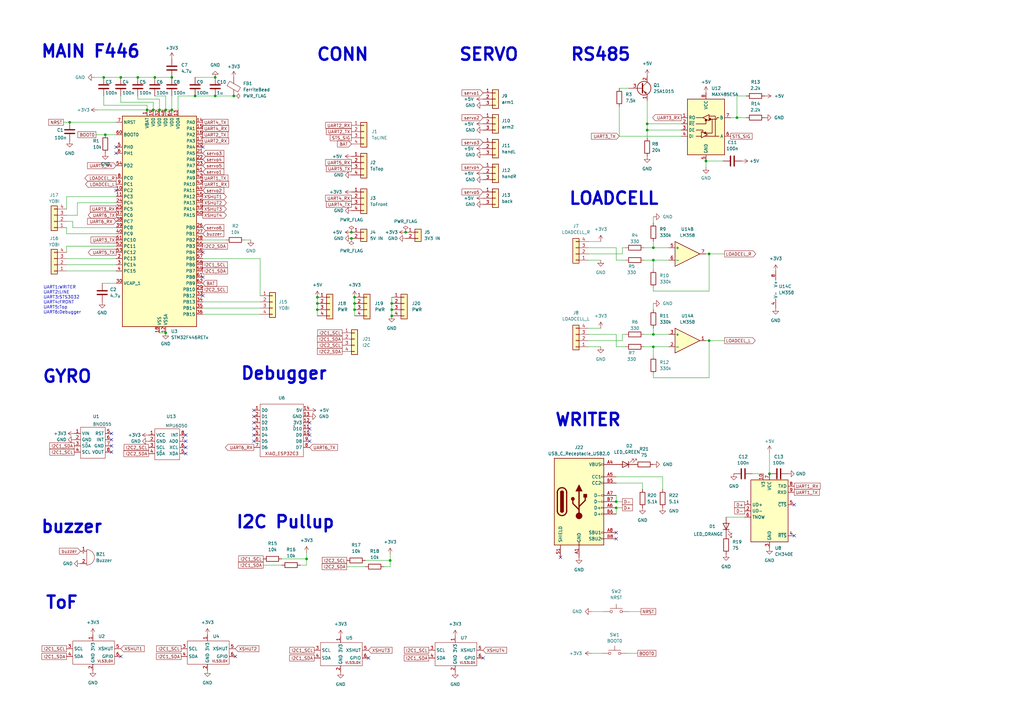
<source format=kicad_sch>
(kicad_sch (version 20230121) (generator eeschema)
  (paper "A3")
  (title_block (title "01-main") (date "2024-02-22") (company "tuton"))
  (lib_symbols
    (symbol "Amplifier_Operational:LM358" (pin_names (offset 0.127))
      (property "Reference" "U" (at 0 5.08 0))
      (property "Value" "LM358" (at 0 -5.08 0))
      (symbol "LM358_1_1"
        (pin output line (at 7.62 0 180) (length 2.54) (name "~") (number "1"))
        (pin input line (at -7.62 -2.54 0) (length 2.54) (name "-") (number "2"))
        (pin input line (at -7.62 2.54 0) (length 2.54) (name "+") (number "3"))
      )
      (symbol "LM358_2_1"
        (pin input line (at -7.62 2.54 0) (length 2.54) (name "+") (number "5"))
        (pin input line (at -7.62 -2.54 0) (length 2.54) (name "-") (number "6"))
        (pin output line (at 7.62 0 180) (length 2.54) (name "~") (number "7"))
      )
      (symbol "LM358_3_1"
        (pin power_in line (at -2.54 -7.62 90) (length 3.81) (name "V-") (number "4"))
        (pin power_in line (at -2.54 7.62 270) (length 3.81) (name "V+") (number "8"))
      )
    )
    (symbol "BNO055:AE-BNO055-BO"
      (property "Reference" "U" (at -2.54 10.16 0))
      (symbol "AE-BNO055-BO_1_1"
        (text "BNO055" (at 3.81 8.89 0) (effects (font (size 1.27 1.27))))
        (pin passive line (at -7.62 5.08 0) (length 2.54) (name "VIN") (number "1"))
        (pin passive line (at -7.62 2.54 0) (length 2.54) (name "GND") (number "2"))
        (pin passive line (at -7.62 0 0) (length 2.54) (name "SDA") (number "3"))
        (pin passive line (at -7.62 -2.54 0) (length 2.54) (name "SCL") (number "4"))
        (pin passive line (at 7.62 5.08 180) (length 2.54) (name "RST") (number "5"))
        (pin passive line (at 7.62 2.54 180) (length 2.54) (name "INT") (number "6"))
        (pin passive line (at 7.62 0 180) (length 2.54) (name "GND") (number "7"))
        (pin passive line (at 7.62 -2.54 180) (length 2.54) (name "VOUT") (number "8"))
      )
    )
    (symbol "Connector:USB_C_Receptacle_USB2.0" (pin_names (offset 1.016))
      (property "Reference" "J" (at -10.16 19.05 0))
      (property "Value" "USB_C_Receptacle_USB2.0" (at 19.05 19.05 0))
      (symbol "USB_C_Receptacle_USB2.0_1_1"
        (pin passive line (at 0 -22.86 90) (length 5.08) (name "GND") (number "A1"))
        (pin passive line (at 0 -22.86 90) (length 5.08) hide (name "GND") (number "A12"))
        (pin passive line (at 15.24 15.24 180) (length 5.08) (name "VBUS") (number "A4"))
        (pin bidirectional line (at 15.24 10.16 180) (length 5.08) (name "CC1") (number "A5"))
        (pin bidirectional line (at 15.24 -2.54 180) (length 5.08) (name "D+") (number "A6"))
        (pin bidirectional line (at 15.24 2.54 180) (length 5.08) (name "D-") (number "A7"))
        (pin bidirectional line (at 15.24 -12.7 180) (length 5.08) (name "SBU1") (number "A8"))
        (pin passive line (at 15.24 15.24 180) (length 5.08) hide (name "VBUS") (number "A9"))
        (pin passive line (at 0 -22.86 90) (length 5.08) hide (name "GND") (number "B1"))
        (pin passive line (at 0 -22.86 90) (length 5.08) hide (name "GND") (number "B12"))
        (pin passive line (at 15.24 15.24 180) (length 5.08) hide (name "VBUS") (number "B4"))
        (pin bidirectional line (at 15.24 7.62 180) (length 5.08) (name "CC2") (number "B5"))
        (pin bidirectional line (at 15.24 -5.08 180) (length 5.08) (name "D+") (number "B6"))
        (pin bidirectional line (at 15.24 0 180) (length 5.08) (name "D-") (number "B7"))
        (pin bidirectional line (at 15.24 -15.24 180) (length 5.08) (name "SBU2") (number "B8"))
        (pin passive line (at 15.24 15.24 180) (length 5.08) hide (name "VBUS") (number "B9"))
        (pin passive line (at -7.62 -22.86 90) (length 5.08) (name "SHIELD") (number "S1"))
      )
    )
    (symbol "Connector_Generic:Conn_01x02" (pin_names (offset 1.016) hide)
      (property "Reference" "J" (at 0 2.54 0))
      (property "Value" "Conn_01x02" (at 0 -5.08 0))
      (symbol "Conn_01x02_1_1"
        (pin passive line (at -5.08 0 0) (length 3.81) (name "Pin_1") (number "1"))
        (pin passive line (at -5.08 -2.54 0) (length 3.81) (name "Pin_2") (number "2"))
      )
    )
    (symbol "Connector_Generic:Conn_01x03" (pin_names (offset 1.016) hide)
      (property "Reference" "J" (at 0 5.08 0))
      (property "Value" "Conn_01x03" (at 0 -5.08 0))
      (symbol "Conn_01x03_1_1"
        (pin passive line (at -5.08 2.54 0) (length 3.81) (name "Pin_1") (number "1"))
        (pin passive line (at -5.08 0 0) (length 3.81) (name "Pin_2") (number "2"))
        (pin passive line (at -5.08 -2.54 0) (length 3.81) (name "Pin_3") (number "3"))
      )
    )
    (symbol "Connector_Generic:Conn_01x04" (pin_names (offset 1.016) hide)
      (property "Reference" "J" (at 0 5.08 0))
      (property "Value" "Conn_01x04" (at 0 -7.62 0))
      (symbol "Conn_01x04_1_1"
        (pin passive line (at -5.08 2.54 0) (length 3.81) (name "Pin_1") (number "1"))
        (pin passive line (at -5.08 0 0) (length 3.81) (name "Pin_2") (number "2"))
        (pin passive line (at -5.08 -2.54 0) (length 3.81) (name "Pin_3") (number "3"))
        (pin passive line (at -5.08 -5.08 0) (length 3.81) (name "Pin_4") (number "4"))
      )
    )
    (symbol "Device:Buzzer" (pin_names (offset 0.0254) hide)
      (property "Reference" "BZ" (at 3.81 1.27 0))
      (property "Value" "Buzzer" (at 3.81 -1.27 0))
      (symbol "Buzzer_1_1"
        (pin passive line (at -2.54 2.54 0) (length 2.54) (name "-") (number "1"))
        (pin passive line (at -2.54 -2.54 0) (length 2.54) (name "+") (number "2"))
      )
    )
    (symbol "Device:C" (pin_numbers hide) (pin_names (offset 0.254))
      (property "Reference" "C" (at 0.635 2.54 0))
      (property "Value" "C" (at 0.635 -2.54 0))
      (symbol "C_1_1"
        (pin passive line (at 0 3.81 270) (length 2.794) (name "~") (number "1"))
        (pin passive line (at 0 -3.81 90) (length 2.794) (name "~") (number "2"))
      )
    )
    (symbol "Device:FerriteBead" (pin_numbers hide) (pin_names (offset 0))
      (property "Reference" "FB" (at -3.81 0.635 90))
      (property "Value" "FerriteBead" (at 3.81 0 90))
      (symbol "FerriteBead_1_1"
        (pin passive line (at 0 3.81 270) (length 2.54) (name "~") (number "1"))
        (pin passive line (at 0 -3.81 90) (length 2.54) (name "~") (number "2"))
      )
    )
    (symbol "Device:LED" (pin_numbers hide) (pin_names (offset 1.016) hide)
      (property "Reference" "D" (at 0 2.54 0))
      (property "Value" "LED" (at 0 -2.54 0))
      (symbol "LED_1_1"
        (pin passive line (at -3.81 0 0) (length 2.54) (name "K") (number "1"))
        (pin passive line (at 3.81 0 180) (length 2.54) (name "A") (number "2"))
      )
    )
    (symbol "Device:R" (pin_numbers hide) (pin_names (offset 0))
      (property "Reference" "R" (at 2.032 0 90))
      (property "Value" "R" (at 0 0 90))
      (symbol "R_1_1"
        (pin passive line (at 0 3.81 270) (length 1.27) (name "~") (number "1"))
        (pin passive line (at 0 -3.81 90) (length 1.27) (name "~") (number "2"))
      )
    )
    (symbol "Interface_UART:MAX485E"
      (property "Reference" "U" (at -6.096 11.43 0))
      (property "Value" "MAX485E" (at 0.762 11.43 0))
      (symbol "MAX485E_1_1"
        (pin output line (at -10.16 2.54 0) (length 2.54) (name "RO") (number "1"))
        (pin input line (at -10.16 0 0) (length 2.54) (name "~{RE}") (number "2"))
        (pin input line (at -10.16 -2.54 0) (length 2.54) (name "DE") (number "3"))
        (pin input line (at -10.16 -5.08 0) (length 2.54) (name "DI") (number "4"))
        (pin power_in line (at 0 -15.24 90) (length 2.54) (name "GND") (number "5"))
        (pin bidirectional line (at 10.16 -5.08 180) (length 2.54) (name "A") (number "6"))
        (pin bidirectional line (at 10.16 2.54 180) (length 2.54) (name "B") (number "7"))
        (pin power_in line (at 0 12.7 270) (length 2.54) (name "VCC") (number "8"))
      )
    )
    (symbol "Interface_USB:CH340E"
      (property "Reference" "U" (at -5.08 13.97 0))
      (property "Value" "CH340E" (at 1.27 13.97 0))
      (symbol "CH340E_1_1"
        (pin bidirectional line (at -10.16 2.54 0) (length 2.54) (name "UD+") (number "1"))
        (pin passive line (at -2.54 15.24 270) (length 2.54) (name "V3") (number "10"))
        (pin bidirectional line (at -10.16 0 0) (length 2.54) (name "UD-") (number "2"))
        (pin power_in line (at 0 -15.24 90) (length 2.54) (name "GND") (number "3"))
        (pin output line (at 10.16 -10.16 180) (length 2.54) (name "~{RTS}") (number "4"))
        (pin input line (at 10.16 2.54 180) (length 2.54) (name "~{CTS}") (number "5"))
        (pin output line (at -10.16 -2.54 0) (length 2.54) (name "TNOW") (number "6"))
        (pin power_in line (at 0 15.24 270) (length 2.54) (name "VCC") (number "7"))
        (pin output line (at 10.16 10.16 180) (length 2.54) (name "TXD") (number "8"))
        (pin input line (at 10.16 7.62 180) (length 2.54) (name "RXD") (number "9"))
      )
    )
    (symbol "MCU_ST_STM32F4:STM32F446RETx"
      (property "Reference" "U" (at -15.24 44.45 0))
      (property "Value" "STM32F446RETx" (at 10.16 44.45 0))
      (symbol "STM32F446RETx_1_1"
        (pin power_in line (at -5.08 45.72 270) (length 2.54) (name "VBAT") (number "1"))
        (pin bidirectional line (at -17.78 12.7 0) (length 2.54) (name "PC2") (number "10"))
        (pin bidirectional line (at -17.78 10.16 0) (length 2.54) (name "PC3") (number "11"))
        (pin power_in line (at 2.54 -45.72 90) (length 2.54) (name "VSSA") (number "12"))
        (pin power_in line (at 7.62 45.72 270) (length 2.54) (name "VDDA") (number "13"))
        (pin bidirectional line (at 17.78 40.64 180) (length 2.54) (name "PA0") (number "14"))
        (pin bidirectional line (at 17.78 38.1 180) (length 2.54) (name "PA1") (number "15"))
        (pin bidirectional line (at 17.78 35.56 180) (length 2.54) (name "PA2") (number "16"))
        (pin bidirectional line (at 17.78 33.02 180) (length 2.54) (name "PA3") (number "17"))
        (pin power_in line (at 0 -45.72 90) (length 2.54) (name "VSS") (number "18"))
        (pin power_in line (at -2.54 45.72 270) (length 2.54) (name "VDD") (number "19"))
        (pin bidirectional line (at -17.78 -15.24 0) (length 2.54) (name "PC13") (number "2"))
        (pin bidirectional line (at 17.78 30.48 180) (length 2.54) (name "PA4") (number "20"))
        (pin bidirectional line (at 17.78 27.94 180) (length 2.54) (name "PA5") (number "21"))
        (pin bidirectional line (at 17.78 25.4 180) (length 2.54) (name "PA6") (number "22"))
        (pin bidirectional line (at 17.78 22.86 180) (length 2.54) (name "PA7") (number "23"))
        (pin bidirectional line (at -17.78 7.62 0) (length 2.54) (name "PC4") (number "24"))
        (pin bidirectional line (at -17.78 5.08 0) (length 2.54) (name "PC5") (number "25"))
        (pin bidirectional line (at 17.78 -2.54 180) (length 2.54) (name "PB0") (number "26"))
        (pin bidirectional line (at 17.78 -5.08 180) (length 2.54) (name "PB1") (number "27"))
        (pin bidirectional line (at 17.78 -7.62 180) (length 2.54) (name "PB2") (number "28"))
        (pin bidirectional line (at 17.78 -27.94 180) (length 2.54) (name "PB10") (number "29"))
        (pin bidirectional line (at -17.78 -17.78 0) (length 2.54) (name "PC14") (number "3"))
        (pin power_out line (at -17.78 -25.4 0) (length 2.54) (name "VCAP_1") (number "30"))
        (pin passive line (at 0 -45.72 90) (length 2.54) hide (name "VSS") (number "31"))
        (pin power_in line (at 0 45.72 270) (length 2.54) (name "VDD") (number "32"))
        (pin bidirectional line (at 17.78 -30.48 180) (length 2.54) (name "PB12") (number "33"))
        (pin bidirectional line (at 17.78 -33.02 180) (length 2.54) (name "PB13") (number "34"))
        (pin bidirectional line (at 17.78 -35.56 180) (length 2.54) (name "PB14") (number "35"))
        (pin bidirectional line (at 17.78 -38.1 180) (length 2.54) (name "PB15") (number "36"))
        (pin bidirectional line (at -17.78 2.54 0) (length 2.54) (name "PC6") (number "37"))
        (pin bidirectional line (at -17.78 0 0) (length 2.54) (name "PC7") (number "38"))
        (pin bidirectional line (at -17.78 -2.54 0) (length 2.54) (name "PC8") (number "39"))
        (pin bidirectional line (at -17.78 -20.32 0) (length 2.54) (name "PC15") (number "4"))
        (pin bidirectional line (at -17.78 -5.08 0) (length 2.54) (name "PC9") (number "40"))
        (pin bidirectional line (at 17.78 20.32 180) (length 2.54) (name "PA8") (number "41"))
        (pin bidirectional line (at 17.78 17.78 180) (length 2.54) (name "PA9") (number "42"))
        (pin bidirectional line (at 17.78 15.24 180) (length 2.54) (name "PA10") (number "43"))
        (pin bidirectional line (at 17.78 12.7 180) (length 2.54) (name "PA11") (number "44"))
        (pin bidirectional line (at 17.78 10.16 180) (length 2.54) (name "PA12") (number "45"))
        (pin bidirectional line (at 17.78 7.62 180) (length 2.54) (name "PA13") (number "46"))
        (pin passive line (at 0 -45.72 90) (length 2.54) hide (name "VSS") (number "47"))
        (pin power_in line (at 2.54 45.72 270) (length 2.54) (name "VDD") (number "48"))
        (pin bidirectional line (at 17.78 5.08 180) (length 2.54) (name "PA14") (number "49"))
        (pin bidirectional line (at -17.78 30.48 0) (length 2.54) (name "PH0") (number "5"))
        (pin bidirectional line (at 17.78 2.54 180) (length 2.54) (name "PA15") (number "50"))
        (pin bidirectional line (at -17.78 -7.62 0) (length 2.54) (name "PC10") (number "51"))
        (pin bidirectional line (at -17.78 -10.16 0) (length 2.54) (name "PC11") (number "52"))
        (pin bidirectional line (at -17.78 -12.7 0) (length 2.54) (name "PC12") (number "53"))
        (pin bidirectional line (at -17.78 22.86 0) (length 2.54) (name "PD2") (number "54"))
        (pin bidirectional line (at 17.78 -10.16 180) (length 2.54) (name "PB3") (number "55"))
        (pin bidirectional line (at 17.78 -12.7 180) (length 2.54) (name "PB4") (number "56"))
        (pin bidirectional line (at 17.78 -15.24 180) (length 2.54) (name "PB5") (number "57"))
        (pin bidirectional line (at 17.78 -17.78 180) (length 2.54) (name "PB6") (number "58"))
        (pin bidirectional line (at 17.78 -20.32 180) (length 2.54) (name "PB7") (number "59"))
        (pin bidirectional line (at -17.78 27.94 0) (length 2.54) (name "PH1") (number "6"))
        (pin input line (at -17.78 35.56 0) (length 2.54) (name "BOOT0") (number "60"))
        (pin bidirectional line (at 17.78 -22.86 180) (length 2.54) (name "PB8") (number "61"))
        (pin bidirectional line (at 17.78 -25.4 180) (length 2.54) (name "PB9") (number "62"))
        (pin passive line (at 0 -45.72 90) (length 2.54) hide (name "VSS") (number "63"))
        (pin power_in line (at 5.08 45.72 270) (length 2.54) (name "VDD") (number "64"))
        (pin input line (at -17.78 40.64 0) (length 2.54) (name "NRST") (number "7"))
        (pin bidirectional line (at -17.78 17.78 0) (length 2.54) (name "PC0") (number "8"))
        (pin bidirectional line (at -17.78 15.24 0) (length 2.54) (name "PC1") (number "9"))
      )
    )
    (symbol "MPU6050:MPU6050"
      (property "Reference" "U" (at -3.81 13.97 0))
      (symbol "MPU6050_1_1"
        (text "MPU6050" (at 3.81 12.7 0) (effects (font (size 1.27 1.27))))
        (pin passive line (at -7.62 8.89 0) (length 2.54) (name "VCC") (number "1"))
        (pin passive line (at -7.62 6.35 0) (length 2.54) (name "GND") (number "2"))
        (pin passive line (at -7.62 3.81 0) (length 2.54) (name "SCL") (number "3"))
        (pin passive line (at -7.62 1.27 0) (length 2.54) (name "SDA") (number "4"))
        (pin passive line (at 7.62 1.27 180) (length 2.54) (name "XDA") (number "5"))
        (pin passive line (at 7.62 3.81 180) (length 2.54) (name "XCL") (number "6"))
        (pin passive line (at 7.62 6.35 180) (length 2.54) (name "AD0") (number "7"))
        (pin passive line (at 7.62 8.89 180) (length 2.54) (name "INT") (number "8"))
      )
    )
    (symbol "Switch:SW_Push" (pin_numbers hide) (pin_names (offset 1.016) hide)
      (property "Reference" "SW" (at 1.27 2.54 0))
      (property "Value" "SW_Push" (at 0 -1.524 0))
      (symbol "SW_Push_0_1"
        (pin passive line (at -5.08 0 0) (length 2.54) (name "1") (number "1"))
        (pin passive line (at 5.08 0 180) (length 2.54) (name "2") (number "2"))
      )
    )
    (symbol "Transistor_BJT:2SA1015" (pin_names (offset 0) hide)
      (property "Reference" "Q" (at 5.08 1.905 0))
      (property "Value" "2SA1015" (at 5.08 0 0))
      (symbol "2SA1015_1_1"
        (pin passive line (at 2.54 -5.08 90) (length 2.54) (name "E") (number "1"))
        (pin passive line (at 2.54 5.08 270) (length 2.54) (name "C") (number "2"))
        (pin input line (at -5.08 0 0) (length 5.08) (name "B") (number "3"))
      )
    )
    (symbol "XIAO:XIAO_ESP32C3"
      (property "Reference" "U" (at -6.35 -13.97 0))
      (symbol "XIAO_ESP32C3_1_1"
        (text "XIAO_ESP32C3" (at 0 -11.43 0) (effects (font (size 1.27 1.27))))
        (pin passive line (at -11.43 6.35 0) (length 2.54) (name "D0") (number "1"))
        (pin passive line (at 11.43 -3.81 180) (length 2.54) (name "D9") (number "10"))
        (pin passive line (at 11.43 -1.27 180) (length 2.54) (name "D10") (number "11"))
        (pin passive line (at 11.43 1.27 180) (length 2.54) (name "3V3") (number "12"))
        (pin passive line (at 11.43 3.81 180) (length 2.54) (name "GND") (number "13"))
        (pin passive line (at 11.43 6.35 180) (length 2.54) (name "5V") (number "14"))
        (pin passive line (at -11.43 3.81 0) (length 2.54) (name "D1") (number "2"))
        (pin passive line (at -11.43 1.27 0) (length 2.54) (name "D2") (number "3"))
        (pin passive line (at -11.43 -1.27 0) (length 2.54) (name "D3") (number "4"))
        (pin passive line (at -11.43 -3.81 0) (length 2.54) (name "D4") (number "5"))
        (pin passive line (at -11.43 -6.35 0) (length 2.54) (name "D5") (number "6"))
        (pin passive line (at -11.43 -8.89 0) (length 2.54) (name "D6") (number "7"))
        (pin passive line (at 11.43 -8.89 180) (length 2.54) (name "D7") (number "8"))
        (pin passive line (at 11.43 -6.35 180) (length 2.54) (name "D8") (number "9"))
      )
    )
    (symbol "power:+3V3" (power) (pin_names (offset 0))
      (property "Value" "+3V3" (at 0 3.556 0))
      (symbol "+3V3_1_1"
        (pin power_in line (at 0 0 90) (length 0) hide (name "+3V3") (number "1"))
      )
    )
    (symbol "power:+5V" (power) (pin_names (offset 0))
      (property "Value" "+5V" (at 0 3.556 0))
      (symbol "+5V_1_1"
        (pin power_in line (at 0 0 90) (length 0) hide (name "+5V") (number "1"))
      )
    )
    (symbol "power:GND" (power) (pin_names (offset 0))
      (property "Value" "GND" (at 0 -3.81 0))
      (symbol "GND_1_1"
        (pin power_in line (at 0 0 270) (length 0) hide (name "GND") (number "1"))
      )
    )
    (symbol "power:PWR_FLAG" (power) (pin_numbers hide) (pin_names (offset 0) hide)
      (property "Value" "PWR_FLAG" (at 0 3.81 0))
      (symbol "PWR_FLAG_0_0"
        (pin power_out line (at 0 0 90) (length 0) (name "pwr") (number "1"))
      )
    )
    (symbol "tuton_module:vl53l0x_module"
      (property "Reference" "U" (at 4.445 10.795 0))
      (symbol "vl53l0x_module_1_1"
        (text "VL53L0X" (at 5.08 1.27 0) (effects (font (size 1.016 1.016))))
        (pin power_in line (at 0 12.065 270) (length 2.54) (name "3V3") (number "1"))
        (pin power_in line (at 0 -2.54 90) (length 2.54) (name "GND") (number "2"))
        (pin passive line (at -10.795 6.35 0) (length 2.54) (name "SCL") (number "3"))
        (pin passive line (at -10.795 3.175 0) (length 2.54) (name "SDA") (number "4"))
        (pin passive line (at 11.43 6.35 180) (length 2.54) (name "XSHUT") (number "5"))
        (pin passive line (at 11.43 3.175 180) (length 2.54) (name "GPIO") (number "6"))
      )
    )
  )
  (junction (at 160.02 229.87))
  (junction (at 267.97 101.6))
  (junction (at 43.18 55.245))
  (junction (at 125.73 229.235))
  (junction (at 265.43 50.8))
  (junction (at 63.5 31.75))
  (junction (at 145.415 121.92))
  (junction (at 290.83 139.7))
  (junction (at 302.26 48.26))
  (junction (at 144.145 95.25))
  (junction (at 145.415 124.46))
  (junction (at 130.175 124.46))
  (junction (at 49.53 31.75))
  (junction (at 166.37 95.25))
  (junction (at 145.415 127))
  (junction (at 267.97 142.24))
  (junction (at 80.01 39.37))
  (junction (at 70.485 31.75))
  (junction (at 130.175 121.92))
  (junction (at 70.485 45.085))
  (junction (at 88.265 31.75))
  (junction (at 252.73 208.28))
  (junction (at 290.83 104.14))
  (junction (at 60.325 45.085))
  (junction (at 267.97 137.16))
  (junction (at 67.945 45.085))
  (junction (at 28.575 50.165))
  (junction (at 160.655 124.46))
  (junction (at 65.405 45.085))
  (junction (at 67.945 136.525))
  (junction (at 56.515 31.75))
  (junction (at 315.595 194.31))
  (junction (at 88.265 39.37))
  (junction (at 42.545 31.75))
  (junction (at 144.145 97.79))
  (junction (at 265.43 53.34))
  (junction (at 252.73 205.74))
  (junction (at 62.865 45.085))
  (junction (at 130.175 127))
  (junction (at 95.885 39.37))
  (junction (at 160.655 129.54))
  (junction (at 160.655 127))
  (junction (at 289.56 66.04))
  (junction (at 267.97 106.68))
  (no_connect (at 252.73 218.44))
  (no_connect (at 104.14 178.435))
  (no_connect (at 325.755 219.71))
  (no_connect (at 127 173.355))
  (no_connect (at 151.13 269.875))
  (no_connect (at 47.625 60.325))
  (no_connect (at 104.14 180.975))
  (no_connect (at 127 178.435))
  (no_connect (at 76.2 186.055))
  (no_connect (at 83.185 113.665))
  (no_connect (at 127 175.895))
  (no_connect (at 229.87 228.6))
  (no_connect (at 76.2 178.435))
  (no_connect (at 83.185 60.325))
  (no_connect (at 76.2 180.975))
  (no_connect (at 104.14 173.355))
  (no_connect (at 104.14 175.895))
  (no_connect (at 104.14 168.275))
  (no_connect (at 76.2 183.515))
  (no_connect (at 83.185 103.505))
  (no_connect (at 45.72 185.42))
  (no_connect (at 49.53 269.24))
  (no_connect (at 83.185 121.285))
  (no_connect (at 45.72 180.34))
  (no_connect (at 252.73 220.98))
  (no_connect (at 47.625 78.105))
  (no_connect (at 325.755 207.01))
  (no_connect (at 104.14 170.815))
  (no_connect (at 127 180.975))
  (no_connect (at 45.72 182.88))
  (no_connect (at 47.625 62.865))
  (no_connect (at 198.12 269.875))
  (no_connect (at 96.52 269.24))
  (no_connect (at 45.72 177.8))
  (wire (pts (xy 252.73 208.28) (xy 255.27 208.28)))
  (wire (pts (xy 264.16 106.68) (xy 267.97 106.68)))
  (wire (pts (xy 267.97 106.68) (xy 274.32 106.68)))
  (wire (pts (xy 267.97 88.9) (xy 267.97 91.44)))
  (wire (pts (xy 289.56 139.7) (xy 290.83 139.7)))
  (wire (pts (xy 241.3 134.62) (xy 246.38 134.62)))
  (wire (pts (xy 27.305 108.585) (xy 47.625 108.585)))
  (wire (pts (xy 160.655 121.92) (xy 160.655 124.46)))
  (wire (pts (xy 290.83 139.7) (xy 290.83 154.94)))
  (wire (pts (xy 43.18 55.245) (xy 47.625 55.245)))
  (wire (pts (xy 100.33 98.425) (xy 102.87 98.425)))
  (wire (pts (xy 255.27 139.7) (xy 255.27 137.16)))
  (wire (pts (xy 38.735 31.75) (xy 42.545 31.75)))
  (wire (pts (xy 255.27 137.16) (xy 256.54 137.16)))
  (wire (pts (xy 299.72 48.26) (xy 302.26 48.26)))
  (wire (pts (xy 145.415 124.46) (xy 145.415 127)))
  (wire (pts (xy 73.025 39.37) (xy 80.01 39.37)))
  (wire (pts (xy 41.91 116.205) (xy 47.625 116.205)))
  (wire (pts (xy 257.81 250.825) (xy 262.89 250.825)))
  (wire (pts (xy 290.83 104.14) (xy 297.18 104.14)))
  (wire (pts (xy 26.035 50.165) (xy 28.575 50.165)))
  (wire (pts (xy 252.73 106.68) (xy 256.54 106.68)))
  (wire (pts (xy 267.97 154.94) (xy 267.97 153.67)))
  (wire (pts (xy 267.97 134.62) (xy 267.97 137.16)))
  (wire (pts (xy 290.83 139.7) (xy 297.18 139.7)))
  (wire (pts (xy 29.845 93.345) (xy 29.845 90.805)))
  (wire (pts (xy 42.545 31.75) (xy 49.53 31.75)))
  (wire (pts (xy 49.53 39.37) (xy 49.53 41.91)))
  (wire (pts (xy 70.485 39.37) (xy 70.485 45.085)))
  (wire (pts (xy 67.945 45.085) (xy 70.485 45.085)))
  (wire (pts (xy 149.86 229.87) (xy 160.02 229.87)))
  (wire (pts (xy 289.56 66.04) (xy 296.545 66.04)))
  (wire (pts (xy 264.16 142.24) (xy 267.97 142.24)))
  (wire (pts (xy 160.02 229.87) (xy 160.02 227.33)))
  (wire (pts (xy 255.27 104.14) (xy 255.27 101.6)))
  (wire (pts (xy 56.515 31.75) (xy 63.5 31.75)))
  (wire (pts (xy 145.415 121.92) (xy 145.415 124.46)))
  (wire (pts (xy 267.97 124.46) (xy 267.97 127)))
  (wire (pts (xy 42.545 43.18) (xy 60.325 43.18)))
  (wire (pts (xy 125.73 231.775) (xy 125.73 229.235)))
  (wire (pts (xy 106.68 106.045) (xy 106.68 121.285)))
  (wire (pts (xy 263.525 198.12) (xy 263.525 200.66)))
  (wire (pts (xy 27.305 95.885) (xy 27.305 93.345)))
  (wire (pts (xy 252.73 205.74) (xy 255.27 205.74)))
  (wire (pts (xy 289.56 104.14) (xy 290.83 104.14)))
  (wire (pts (xy 56.515 40.64) (xy 65.405 40.64)))
  (wire (pts (xy 315.595 185.42) (xy 315.595 194.31)))
  (wire (pts (xy 267.97 119.38) (xy 290.83 119.38)))
  (wire (pts (xy 157.48 232.41) (xy 160.02 232.41)))
  (wire (pts (xy 39.37 55.245) (xy 43.18 55.245)))
  (wire (pts (xy 65.405 45.085) (xy 67.945 45.085)))
  (wire (pts (xy 252.73 101.6) (xy 252.73 106.68)))
  (wire (pts (xy 47.625 100.965) (xy 27.305 100.965)))
  (wire (pts (xy 264.16 101.6) (xy 267.97 101.6)))
  (wire (pts (xy 123.19 231.775) (xy 125.73 231.775)))
  (wire (pts (xy 27.305 90.805) (xy 29.845 90.805)))
  (wire (pts (xy 265.43 53.34) (xy 265.43 56.515)))
  (wire (pts (xy 80.01 31.75) (xy 88.265 31.75)))
  (wire (pts (xy 290.83 104.14) (xy 290.83 119.38)))
  (wire (pts (xy 115.57 229.235) (xy 125.73 229.235)))
  (wire (pts (xy 257.175 267.97) (xy 261.62 267.97)))
  (wire (pts (xy 241.3 99.06) (xy 246.38 99.06)))
  (wire (pts (xy 73.025 45.085) (xy 73.025 39.37)))
  (wire (pts (xy 267.97 101.6) (xy 274.32 101.6)))
  (wire (pts (xy 241.3 104.14) (xy 255.27 104.14)))
  (wire (pts (xy 254 55.88) (xy 279.4 55.88)))
  (wire (pts (xy 297.815 212.09) (xy 305.435 212.09)))
  (wire (pts (xy 241.3 137.16) (xy 252.73 137.16)))
  (wire (pts (xy 246.38 106.68) (xy 241.3 106.68)))
  (wire (pts (xy 160.655 124.46) (xy 160.655 127)))
  (wire (pts (xy 27.305 100.965) (xy 27.305 103.505)))
  (wire (pts (xy 83.185 98.425) (xy 92.71 98.425)))
  (wire (pts (xy 47.625 80.645) (xy 27.305 80.645)))
  (wire (pts (xy 67.945 39.37) (xy 67.945 45.085)))
  (wire (pts (xy 241.3 139.7) (xy 255.27 139.7)))
  (wire (pts (xy 267.97 142.24) (xy 274.32 142.24)))
  (wire (pts (xy 267.97 137.16) (xy 274.32 137.16)))
  (wire (pts (xy 80.01 39.37) (xy 88.265 39.37)))
  (wire (pts (xy 302.26 48.26) (xy 306.07 48.26)))
  (wire (pts (xy 242.57 267.97) (xy 247.015 267.97)))
  (wire (pts (xy 47.625 83.185) (xy 31.75 83.185)))
  (wire (pts (xy 83.185 126.365) (xy 106.68 126.365)))
  (wire (pts (xy 62.865 45.085) (xy 65.405 45.085)))
  (wire (pts (xy 27.305 80.645) (xy 27.305 85.725)))
  (wire (pts (xy 60.325 45.085) (xy 62.865 45.085)))
  (wire (pts (xy 88.265 39.37) (xy 95.885 39.37)))
  (wire (pts (xy 246.38 142.24) (xy 241.3 142.24)))
  (wire (pts (xy 56.515 39.37) (xy 56.515 40.64)))
  (wire (pts (xy 254 36.195) (xy 257.81 36.195)))
  (wire (pts (xy 271.78 200.66) (xy 271.78 195.58)))
  (wire (pts (xy 267.97 106.68) (xy 267.97 110.49)))
  (wire (pts (xy 254 55.88) (xy 254 43.815)))
  (wire (pts (xy 265.43 53.34) (xy 279.4 53.34)))
  (wire (pts (xy 31.75 88.265) (xy 27.305 88.265)))
  (wire (pts (xy 265.43 50.8) (xy 265.43 53.34)))
  (wire (pts (xy 130.175 124.46) (xy 130.175 127)))
  (wire (pts (xy 271.78 195.58) (xy 252.73 195.58)))
  (wire (pts (xy 63.5 31.75) (xy 70.485 31.75)))
  (wire (pts (xy 27.305 106.045) (xy 47.625 106.045)))
  (wire (pts (xy 83.185 106.045) (xy 106.68 106.045)))
  (wire (pts (xy 160.655 127) (xy 160.655 129.54)))
  (wire (pts (xy 267.97 142.24) (xy 267.97 146.05)))
  (wire (pts (xy 252.73 203.2) (xy 252.73 205.74)))
  (wire (pts (xy 49.53 41.91) (xy 62.865 41.91)))
  (wire (pts (xy 241.3 101.6) (xy 252.73 101.6)))
  (wire (pts (xy 242.57 250.825) (xy 247.65 250.825)))
  (wire (pts (xy 130.175 127) (xy 130.175 129.54)))
  (wire (pts (xy 145.415 127) (xy 145.415 129.54)))
  (wire (pts (xy 47.625 111.125) (xy 27.305 111.125)))
  (wire (pts (xy 47.625 93.345) (xy 29.845 93.345)))
  (wire (pts (xy 142.24 232.41) (xy 149.86 232.41)))
  (wire (pts (xy 267.97 99.06) (xy 267.97 101.6)))
  (wire (pts (xy 65.405 40.64) (xy 65.405 45.085)))
  (wire (pts (xy 65.405 136.525) (xy 67.945 136.525)))
  (wire (pts (xy 125.73 229.235) (xy 125.73 226.695)))
  (wire (pts (xy 63.5 39.37) (xy 67.945 39.37)))
  (wire (pts (xy 252.73 208.28) (xy 252.73 210.82)))
  (wire (pts (xy 265.43 41.275) (xy 265.43 50.8)))
  (wire (pts (xy 265.43 50.8) (xy 279.4 50.8)))
  (wire (pts (xy 83.185 128.905) (xy 106.68 128.905)))
  (wire (pts (xy 255.27 101.6) (xy 256.54 101.6)))
  (wire (pts (xy 62.865 41.91) (xy 62.865 45.085)))
  (wire (pts (xy 289.56 68.58) (xy 289.56 66.04)))
  (wire (pts (xy 31.75 83.185) (xy 31.75 88.265)))
  (wire (pts (xy 267.97 154.94) (xy 290.83 154.94)))
  (wire (pts (xy 160.02 232.41) (xy 160.02 229.87)))
  (wire (pts (xy 47.625 95.885) (xy 27.305 95.885)))
  (wire (pts (xy 130.175 121.92) (xy 130.175 124.46)))
  (wire (pts (xy 252.73 137.16) (xy 252.73 142.24)))
  (wire (pts (xy 42.545 39.37) (xy 42.545 43.18)))
  (wire (pts (xy 267.97 118.11) (xy 267.97 119.38)))
  (wire (pts (xy 49.53 31.75) (xy 56.515 31.75)))
  (wire (pts (xy 302.26 39.37) (xy 302.26 48.26)))
  (wire (pts (xy 252.73 142.24) (xy 256.54 142.24)))
  (wire (pts (xy 252.73 198.12) (xy 263.525 198.12)))
  (wire (pts (xy 28.575 50.165) (xy 47.625 50.165)))
  (wire (pts (xy 107.95 231.775) (xy 115.57 231.775)))
  (wire (pts (xy 308.61 194.31) (xy 313.055 194.31)))
  (wire (pts (xy 60.325 43.18) (xy 60.325 45.085)))
  (wire (pts (xy 83.185 123.825) (xy 106.68 123.825)))
  (wire (pts (xy 264.16 137.16) (xy 267.97 137.16)))
  (wire (pts (xy 40.005 45.085) (xy 60.325 45.085)))
  (wire (pts (xy 306.07 39.37) (xy 302.26 39.37)))
  (text "ToF" (at 18.415 250.19 0) (effects (font (size 5 5) (thickness 1) bold) (justify left bottom)))
  (text "GYRO\n" (at 17.145 157.48 0) (effects (font (size 5 5) (thickness 1) bold) (justify left bottom)))
  (text "UART1:WRITER\nUART2:LINE\nUART3:STS3032\nUART4:FRONT\nUART5:Top\nUART6:Debugger" (at 17.78 128.905 0) (effects (font (size 1.27 1.27)) (justify left bottom)))
  (text "WRITER\n" (at 227.33 175.26 0) (effects (font (size 5 5) (thickness 1) bold) (justify left bottom)))
  (text "I2C Pullup\n" (at 96.52 217.17 0) (effects (font (size 5 5) (thickness 1) bold) (justify left bottom)))
  (text "RS485\n" (at 233.68 25.4 0) (effects (font (size 5 5) (thickness 1) bold) (justify left bottom)))
  (text "buzzer\n" (at 16.51 219.075 0) (effects (font (size 5 5) (thickness 1) bold) (justify left bottom)))
  (text "CONN\n" (at 129.54 25.4 0) (effects (font (size 5 5) (thickness 1) bold) (justify left bottom)))
  (text "SERVO" (at 187.96 25.4 0) (effects (font (size 5 5) (thickness 1) bold) (justify left bottom)))
  (text "LOADCELL" (at 233.045 84.455 0) (effects (font (size 5 5) (thickness 1) bold) (justify left bottom)))
  (text "Debugger\n" (at 98.425 156.21 0) (effects (font (size 5 5) (thickness 1) bold) (justify left bottom)))
  (text "MAIN F446\n" (at 16.51 24.13 0) (effects (font (size 5 5) (thickness 1) bold) (justify left bottom)))
  (global_label "UART3_RX" (shape output) (at 279.4 48.26 180) (property "Intersheetrefs" "${INTERSHEET_REFS}" (effects hide)))
  (global_label "D+" (shape passive) (at 255.27 208.28 0) (property "Intersheetrefs" "${INTERSHEET_REFS}" (effects hide)))
  (global_label "I2C1_SCL" (shape passive) (at 27.305 266.065 180) (property "Intersheetrefs" "${INTERSHEET_REFS}" (effects hide)))
  (global_label "UART1_TX" (shape passive) (at 83.185 73.025 0) (property "Intersheetrefs" "${INTERSHEET_REFS}" (effects hide)))
  (global_label "D-" (shape passive) (at 255.27 205.74 0) (property "Intersheetrefs" "${INTERSHEET_REFS}" (effects hide)))
  (global_label "UART4_RX" (shape passive) (at 83.185 52.705 0) (property "Intersheetrefs" "${INTERSHEET_REFS}" (effects hide)))
  (global_label "UART2_RX" (shape passive) (at 144.145 51.435 180) (property "Intersheetrefs" "${INTERSHEET_REFS}" (effects hide)))
  (global_label "LOADCEL_R" (shape output) (at 47.625 73.025 180) (property "Intersheetrefs" "${INTERSHEET_REFS}" (effects hide)))
  (global_label "UART2_TX" (shape passive) (at 144.145 53.975 180) (property "Intersheetrefs" "${INTERSHEET_REFS}" (effects hide)))
  (global_label "XSHUT1" (shape input) (at 49.53 266.065 0) (property "Intersheetrefs" "${INTERSHEET_REFS}" (effects hide)))
  (global_label "BAT" (shape input) (at 144.145 59.055 180) (property "Intersheetrefs" "${INTERSHEET_REFS}" (effects hide)))
  (global_label "I2C1_SCL" (shape passive) (at 175.895 266.7 180) (property "Intersheetrefs" "${INTERSHEET_REFS}" (effects hide)))
  (global_label "LOADCEL_L" (shape output) (at 297.18 139.7 0) (property "Intersheetrefs" "${INTERSHEET_REFS}" (effects hide)))
  (global_label "UART3_TX" (shape input) (at 254 55.88 180) (property "Intersheetrefs" "${INTERSHEET_REFS}" (effects hide)))
  (global_label "I2C1_SDA" (shape passive) (at 128.905 269.875 180) (property "Intersheetrefs" "${INTERSHEET_REFS}" (effects hide)))
  (global_label "UART3_RX" (shape passive) (at 47.625 85.725 180) (property "Intersheetrefs" "${INTERSHEET_REFS}" (effects hide)))
  (global_label "NRST" (shape passive) (at 26.035 50.165 180) (property "Intersheetrefs" "${INTERSHEET_REFS}" (effects hide)))
  (global_label "XSHUT4" (shape input) (at 198.12 266.7 0) (property "Intersheetrefs" "${INTERSHEET_REFS}" (effects hide)))
  (global_label "XSHUT1" (shape output) (at 83.185 80.645 0) (property "Intersheetrefs" "${INTERSHEET_REFS}" (effects hide)))
  (global_label "XSHUT4" (shape output) (at 83.185 88.265 0) (property "Intersheetrefs" "${INTERSHEET_REFS}" (effects hide)))
  (global_label "servo5" (shape input) (at 198.12 78.74 180) (property "Intersheetrefs" "${INTERSHEET_REFS}" (effects hide)))
  (global_label "XSHUT3" (shape output) (at 83.185 85.725 0) (property "Intersheetrefs" "${INTERSHEET_REFS}" (effects hide)))
  (global_label "BAT" (shape input) (at 83.185 116.205 0) (property "Intersheetrefs" "${INTERSHEET_REFS}" (effects hide)))
  (global_label "UART2_RX" (shape passive) (at 83.185 57.785 0) (property "Intersheetrefs" "${INTERSHEET_REFS}" (effects hide)))
  (global_label "UART4_TX" (shape passive) (at 83.185 50.165 0) (property "Intersheetrefs" "${INTERSHEET_REFS}" (effects hide)))
  (global_label "I2C1_SCL" (shape passive) (at 83.185 108.585 0) (property "Intersheetrefs" "${INTERSHEET_REFS}" (effects hide)))
  (global_label "servo2" (shape input) (at 83.185 78.105 0) (property "Intersheetrefs" "${INTERSHEET_REFS}" (effects hide)))
  (global_label "I2C1_SDA" (shape passive) (at 83.185 111.125 0) (property "Intersheetrefs" "${INTERSHEET_REFS}" (effects hide)))
  (global_label "I2C1_SDA" (shape passive) (at 27.305 269.24 180) (property "Intersheetrefs" "${INTERSHEET_REFS}" (effects hide)))
  (global_label "STS_SIG" (shape passive) (at 299.72 55.88 0) (property "Intersheetrefs" "${INTERSHEET_REFS}" (effects hide)))
  (global_label "BOOT0" (shape passive) (at 261.62 267.97 0) (property "Intersheetrefs" "${INTERSHEET_REFS}" (effects hide)))
  (global_label "NRST" (shape passive) (at 262.89 250.825 0) (property "Intersheetrefs" "${INTERSHEET_REFS}" (effects hide)))
  (global_label "I2C2_SDA" (shape passive) (at 140.335 144.145 180) (property "Intersheetrefs" "${INTERSHEET_REFS}" (effects hide)))
  (global_label "BOOT0" (shape passive) (at 39.37 55.245 180) (property "Intersheetrefs" "${INTERSHEET_REFS}" (effects hide)))
  (global_label "I2C1_SDA" (shape passive) (at 30.48 182.88 180) (property "Intersheetrefs" "${INTERSHEET_REFS}" (effects hide)))
  (global_label "UART2_TX" (shape passive) (at 83.185 55.245 0) (property "Intersheetrefs" "${INTERSHEET_REFS}" (effects hide)))
  (global_label "servo4" (shape input) (at 198.12 68.58 180) (property "Intersheetrefs" "${INTERSHEET_REFS}" (effects hide)))
  (global_label "UART5_TX" (shape output) (at 47.625 103.505 180) (property "Intersheetrefs" "${INTERSHEET_REFS}" (effects hide)))
  (global_label "UART6_RX" (shape input) (at 47.625 90.805 180) (property "Intersheetrefs" "${INTERSHEET_REFS}" (effects hide)))
  (global_label "UART5_RX" (shape input) (at 47.625 67.945 180) (property "Intersheetrefs" "${INTERSHEET_REFS}" (effects hide)))
  (global_label "XSHUT2" (shape output) (at 83.185 83.185 0) (property "Intersheetrefs" "${INTERSHEET_REFS}" (effects hide)))
  (global_label "XSHUT3" (shape input) (at 151.13 266.7 0) (property "Intersheetrefs" "${INTERSHEET_REFS}" (effects hide)))
  (global_label "UART6_TX" (shape input) (at 127 183.515 0) (property "Intersheetrefs" "${INTERSHEET_REFS}" (effects hide)))
  (global_label "D-" (shape passive) (at 305.435 209.55 180) (property "Intersheetrefs" "${INTERSHEET_REFS}" (effects hide)))
  (global_label "XSHUT2" (shape input) (at 96.52 266.065 0) (property "Intersheetrefs" "${INTERSHEET_REFS}" (effects hide)))
  (global_label "I2C2_SDA" (shape passive) (at 142.24 232.41 180) (property "Intersheetrefs" "${INTERSHEET_REFS}" (effects hide)))
  (global_label "I2C1_SCL" (shape passive) (at 107.95 229.235 180) (property "Intersheetrefs" "${INTERSHEET_REFS}" (effects hide)))
  (global_label "servo2" (shape input) (at 198.12 48.26 180) (property "Intersheetrefs" "${INTERSHEET_REFS}" (effects hide)))
  (global_label "buzzer" (shape input) (at 33.02 226.06 180) (property "Intersheetrefs" "${INTERSHEET_REFS}" (effects hide)))
  (global_label "I2C1_SCL" (shape passive) (at 30.48 185.42 180) (property "Intersheetrefs" "${INTERSHEET_REFS}" (effects hide)))
  (global_label "LOADCEL_R" (shape output) (at 297.18 104.14 0) (property "Intersheetrefs" "${INTERSHEET_REFS}" (effects hide)))
  (global_label "servo6" (shape input) (at 83.185 93.345 0) (property "Intersheetrefs" "${INTERSHEET_REFS}" (effects hide)))
  (global_label "I2C1_SDA" (shape passive) (at 107.95 231.775 180) (property "Intersheetrefs" "${INTERSHEET_REFS}" (effects hide)))
  (global_label "servo5" (shape input) (at 83.185 67.945 0) (property "Intersheetrefs" "${INTERSHEET_REFS}" (effects hide)))
  (global_label "servo4" (shape input) (at 83.185 65.405 0) (property "Intersheetrefs" "${INTERSHEET_REFS}" (effects hide)))
  (global_label "I2C1_SCL" (shape passive) (at 74.295 266.065 180) (property "Intersheetrefs" "${INTERSHEET_REFS}" (effects hide)))
  (global_label "servo3" (shape input) (at 83.185 62.865 0) (property "Intersheetrefs" "${INTERSHEET_REFS}" (effects hide)))
  (global_label "I2C1_SCL" (shape passive) (at 140.335 136.525 180) (property "Intersheetrefs" "${INTERSHEET_REFS}" (effects hide)))
  (global_label "I2C1_SDA" (shape passive) (at 175.895 269.875 180) (property "Intersheetrefs" "${INTERSHEET_REFS}" (effects hide)))
  (global_label "LOADCEL_L" (shape output) (at 47.625 75.565 180) (property "Intersheetrefs" "${INTERSHEET_REFS}" (effects hide)))
  (global_label "I2C1_SCL" (shape passive) (at 128.905 266.7 180) (property "Intersheetrefs" "${INTERSHEET_REFS}" (effects hide)))
  (global_label "I2C2_SDA" (shape passive) (at 60.96 186.055 180) (property "Intersheetrefs" "${INTERSHEET_REFS}" (effects hide)))
  (global_label "I2C1_SDA" (shape passive) (at 140.335 139.065 180) (property "Intersheetrefs" "${INTERSHEET_REFS}" (effects hide)))
  (global_label "UART6_TX" (shape output) (at 47.625 88.265 180) (property "Intersheetrefs" "${INTERSHEET_REFS}" (effects hide)))
  (global_label "D+" (shape passive) (at 305.435 207.01 180) (property "Intersheetrefs" "${INTERSHEET_REFS}" (effects hide)))
  (global_label "UART6_RX" (shape output) (at 104.14 183.515 180) (property "Intersheetrefs" "${INTERSHEET_REFS}" (effects hide)))
  (global_label "servo1" (shape input) (at 198.12 38.1 180) (property "Intersheetrefs" "${INTERSHEET_REFS}" (effects hide)))
  (global_label "UART1_RX" (shape passive) (at 83.185 75.565 0) (property "Intersheetrefs" "${INTERSHEET_REFS}" (effects hide)))
  (global_label "UART5_RX" (shape passive) (at 144.145 66.675 180) (property "Intersheetrefs" "${INTERSHEET_REFS}" (effects hide)))
  (global_label "UART1_TX" (shape passive) (at 325.755 201.93 0) (property "Intersheetrefs" "${INTERSHEET_REFS}" (effects hide)))
  (global_label "I2C2_SDA" (shape passive) (at 83.185 100.965 0) (property "Intersheetrefs" "${INTERSHEET_REFS}" (effects hide)))
  (global_label "UART4_TX" (shape passive) (at 144.145 83.82 180) (property "Intersheetrefs" "${INTERSHEET_REFS}" (effects hide)))
  (global_label "buzzer" (shape input) (at 83.185 95.885 0) (property "Intersheetrefs" "${INTERSHEET_REFS}" (effects hide)))
  (global_label "UART5_TX" (shape passive) (at 144.145 69.215 180) (property "Intersheetrefs" "${INTERSHEET_REFS}" (effects hide)))
  (global_label "STS_SIG" (shape passive) (at 144.145 56.515 180) (property "Intersheetrefs" "${INTERSHEET_REFS}" (effects hide)))
  (global_label "I2C2_SCL" (shape passive) (at 83.185 118.745 0) (property "Intersheetrefs" "${INTERSHEET_REFS}" (effects hide)))
  (global_label "I2C1_SDA" (shape passive) (at 74.295 269.24 180) (property "Intersheetrefs" "${INTERSHEET_REFS}" (effects hide)))
  (global_label "I2C2_SCL" (shape passive) (at 140.335 141.605 180) (property "Intersheetrefs" "${INTERSHEET_REFS}" (effects hide)))
  (global_label "UART1_RX" (shape passive) (at 325.755 199.39 0) (property "Intersheetrefs" "${INTERSHEET_REFS}" (effects hide)))
  (global_label "I2C2_SCL" (shape passive) (at 142.24 229.87 180) (property "Intersheetrefs" "${INTERSHEET_REFS}" (effects hide)))
  (global_label "servo3" (shape input) (at 198.12 58.42 180) (property "Intersheetrefs" "${INTERSHEET_REFS}" (effects hide)))
  (global_label "I2C2_SCL" (shape passive) (at 60.96 183.515 180) (property "Intersheetrefs" "${INTERSHEET_REFS}" (effects hide)))
  (global_label "servo1" (shape input) (at 83.185 70.485 0) (property "Intersheetrefs" "${INTERSHEET_REFS}" (effects hide)))
  (global_label "UART4_RX" (shape passive) (at 144.145 81.28 180) (property "Intersheetrefs" "${INTERSHEET_REFS}" (effects hide)))
  (global_label "UART3_TX" (shape passive) (at 47.625 98.425 180) (property "Intersheetrefs" "${INTERSHEET_REFS}" (effects hide)))
  (symbol (lib_id "power:+5V") (at 198.12 40.64 90) (unit 1)
    (property "Reference" "#PWR055" (effects hide))
    (property "Value" "+5V" (at 194.31 40.64 90) (effects (justify left)))
  )
  (symbol (lib_id "Device:C") (at 49.53 35.56 0) (unit 1)
    (property "Reference" "C4" (at 50.165 33.655 0) (effects (justify left)))
    (property "Value" "100n" (at 50.165 38.1 0) (effects (justify left)))
    (property "Footprint" "Capacitor_SMD:C_0402_1005Metric" (effects hide))
    (property "LCSC" "C1525" (effects hide))
  )
  (symbol (lib_id "Device:R") (at 153.67 232.41 270) (unit 1)
    (property "Reference" "R18" (at 153.67 226.06 90))
    (property "Value" "10k" (at 153.67 228.6 90))
    (property "Footprint" "Resistor_SMD:R_0603_1608Metric" (effects hide))
    (property "LCSC" "C137819" (effects hide))
  )
  (symbol (lib_id "power:+5V") (at 198.12 81.28 90) (unit 1)
    (property "Reference" "#PWR063" (effects hide))
    (property "Value" "+5V" (at 194.31 81.28 90) (effects (justify left)))
  )
  (symbol (lib_id "power:GND") (at 242.57 250.825 270) (unit 1)
    (property "Reference" "#PWR070" (effects hide))
    (property "Value" "GND" (at 238.76 250.825 90) (effects (justify right)))
  )
  (symbol (lib_id "power:+5V") (at 304.165 66.04 270) (unit 1)
    (property "Reference" "#PWR052" (effects hide))
    (property "Value" "+5V" (at 307.34 66.04 90) (effects (justify left)))
  )
  (symbol (lib_id "power:+3V3") (at 95.885 31.75 0) (unit 1)
    (property "Reference" "#PWR015" (effects hide))
    (property "Value" "+3V3" (at 95.885 27.305 0))
  )
  (symbol (lib_id "Device:R") (at 265.43 60.325 0) (unit 1)
    (property "Reference" "R8" (at 267.335 59.055 0) (effects (justify left)))
    (property "Value" "20k" (at 267.335 61.595 0) (effects (justify left)))
    (property "Footprint" "Resistor_SMD:R_0603_1608Metric" (effects hide))
    (property "LCSC" "C4184" (effects hide))
  )
  (symbol (lib_id "power:+5V") (at 265.43 31.115 0) (unit 1)
    (property "Reference" "#PWR042" (effects hide))
    (property "Value" "+5V" (at 265.43 26.035 0))
  )
  (symbol (lib_id "Connector_Generic:Conn_01x04") (at 236.22 139.7 180) (unit 1)
    (property "Reference" "J8" (at 236.22 128.27 0))
    (property "Value" "LOADCELL_L" (at 236.22 130.81 0))
    (property "Footprint" "Connector_JST:JST_XH_B4B-XH-A_1x04_P2.50mm_Vertical" (effects hide))
  )
  (symbol (lib_id "power:GND") (at 38.735 31.75 270) (unit 1)
    (property "Reference" "#PWR06" (effects hide))
    (property "Value" "GND" (at 34.925 31.75 90) (effects (justify right)))
  )
  (symbol (lib_id "BNO055:AE-BNO055-BO") (at 38.1 182.88 0) (unit 1)
    (property "Reference" "U1" (at 39.4105 170.815 0))
    (property "Value" "~" (at 35.56 181.61 0))
    (property "Footprint" "Akiduki:BNO055" (effects hide))
  )
  (symbol (lib_id "Connector_Generic:Conn_01x04") (at 135.255 124.46 0) (unit 1)
    (property "Reference" "J18" (at 138.43 124.46 0) (effects (justify left)))
    (property "Value" "PWR" (at 138.43 127 0) (effects (justify left)))
    (property "Footprint" "Connector_PinSocket_2.54mm:PinSocket_1x04_P2.54mm_Vertical" (effects hide))
  )
  (symbol (lib_id "power:+5V") (at 315.595 185.42 0) (unit 1)
    (property "Reference" "#PWR036" (effects hide))
    (property "Value" "+5V" (at 315.595 180.975 0))
  )
  (symbol (lib_id "power:+3V3") (at 38.1 260.35 0) (unit 1)
    (property "Reference" "#PWR04" (effects hide))
    (property "Value" "+3V3" (at 38.1 255.27 0))
  )
  (symbol (lib_id "Device:R") (at 111.76 229.235 90) (unit 1)
    (property "Reference" "R15" (at 111.76 222.885 90))
    (property "Value" "10k" (at 111.76 225.425 90))
    (property "Footprint" "Resistor_SMD:R_0603_1608Metric" (effects hide))
    (property "LCSC" "C137819" (effects hide))
  )
  (symbol (lib_id "power:GND") (at 38.1 274.955 0) (unit 1)
    (property "Reference" "#PWR05" (effects hide))
    (property "Value" "GND" (at 38.1 280.035 0))
  )
  (symbol (lib_id "power:GND") (at 144.145 71.755 270) (unit 1)
    (property "Reference" "#PWR024" (effects hide))
    (property "Value" "GND" (at 140.97 71.755 90) (effects (justify right)))
  )
  (symbol (lib_id "Device:Buzzer") (at 35.56 228.6 0) (unit 1)
    (property "Reference" "BZ1" (at 39.37 227.33 0) (effects (justify left)))
    (property "Value" "Buzzer" (at 39.37 229.87 0) (effects (justify left)))
    (property "Footprint" "Buzzer_Beeper:Buzzer_TDK_PS1240P02BT_D12.2mm_H6.5mm" (effects hide))
  )
  (symbol (lib_id "power:GND") (at 265.43 64.135 0) (unit 1)
    (property "Reference" "#PWR043" (effects hide))
    (property "Value" "GND" (at 265.43 69.215 0))
  )
  (symbol (lib_id "Device:R") (at 267.97 130.81 180) (unit 1)
    (property "Reference" "R11" (at 270.51 129.54 0) (effects (justify right)))
    (property "Value" "330k" (at 270.51 132.08 0) (effects (justify right)))
    (property "Footprint" "Resistor_SMD:R_0603_1608Metric" (effects hide))
    (property "LCSC" "C23137" (effects hide))
  )
  (symbol (lib_id "power:+3V3") (at 166.37 95.25 90) (unit 1)
    (property "Reference" "#PWR029" (effects hide))
    (property "Value" "+3V3" (at 163.195 95.25 90) (effects (justify left)))
  )
  (symbol (lib_id "power:+3V3") (at 70.485 24.13 0) (unit 1)
    (property "Reference" "#PWR011" (effects hide))
    (property "Value" "+3V3" (at 70.485 19.685 0))
  )
  (symbol (lib_id "Device:C") (at 70.485 35.56 0) (unit 1)
    (property "Reference" "C8" (at 71.12 33.655 0) (effects (justify left)))
    (property "Value" "100n" (at 71.12 38.1 0) (effects (justify left)))
    (property "Footprint" "Capacitor_SMD:C_0402_1005Metric" (effects hide))
    (property "LCSC" "C1525" (effects hide))
  )
  (symbol (lib_id "Device:C") (at 88.265 35.56 0) (unit 1)
    (property "Reference" "C10" (at 88.9 33.655 0) (effects (justify left)))
    (property "Value" "1u" (at 88.9 38.1 0) (effects (justify left)))
    (property "Footprint" "Capacitor_SMD:C_0402_1005Metric" (effects hide))
    (property "LCSC" "C52923" (effects hide))
  )
  (symbol (lib_id "power:GND") (at 144.145 97.79 270) (unit 1)
    (property "Reference" "#PWR028" (effects hide))
    (property "Value" "GND" (at 140.97 97.79 90) (effects (justify right)))
  )
  (symbol (lib_id "Device:R") (at 267.97 149.86 180) (unit 1)
    (property "Reference" "R12" (at 270.51 148.59 0) (effects (justify right)))
    (property "Value" "330k" (at 270.51 151.13 0) (effects (justify right)))
    (property "Footprint" "Resistor_SMD:R_0603_1608Metric" (effects hide))
    (property "LCSC" "C23137" (effects hide))
  )
  (symbol (lib_id "Connector_Generic:Conn_01x04") (at 149.225 66.675 0) (unit 1)
    (property "Reference" "J2" (at 151.765 66.675 0) (effects (justify left)))
    (property "Value" "ToTop" (at 151.765 69.215 0) (effects (justify left)))
    (property "Footprint" "Connector_JST:JST_XH_B4B-XH-A_1x04_P2.50mm_Vertical" (effects hide))
  )
  (symbol (lib_id "power:GND") (at 166.37 97.79 270) (unit 1)
    (property "Reference" "#PWR030" (effects hide))
    (property "Value" "GND" (at 163.195 97.79 90) (effects (justify right)))
  )
  (symbol (lib_id "power:PWR_FLAG") (at 95.885 39.37 270) (unit 1)
    (property "Reference" "#FLG01" (effects hide))
    (property "Value" "PWR_FLAG" (at 99.695 39.37 90) (effects (justify left)))
  )
  (symbol (lib_id "Device:R") (at 260.35 101.6 90) (unit 1)
    (property "Reference" "R4" (at 260.35 96.52 90))
    (property "Value" "330" (at 260.35 99.06 90))
    (property "Footprint" "Resistor_SMD:R_0603_1608Metric" (effects hide))
    (property "LCSC" "C23138" (effects hide))
  )
  (symbol (lib_id "power:GND") (at 323.215 194.31 90) (unit 1)
    (property "Reference" "#PWR048" (effects hide))
    (property "Value" "GND" (at 326.39 194.31 90) (effects (justify right)))
  )
  (symbol (lib_id "Connector_Generic:Conn_01x04") (at 145.415 139.065 0) (unit 1)
    (property "Reference" "J21" (at 148.59 139.065 0) (effects (justify left)))
    (property "Value" "I2C" (at 148.59 141.605 0) (effects (justify left)))
    (property "Footprint" "Connector_PinSocket_2.54mm:PinSocket_1x04_P2.54mm_Vertical" (effects hide))
  )
  (symbol (lib_id "Connector_Generic:Conn_01x04") (at 22.225 90.805 180) (unit 1)
    (property "Reference" "J17" (at 22.225 80.01 0))
    (property "Value" "YOBI" (at 22.225 82.55 0))
    (property "Footprint" "Connector_PinSocket_2.54mm:PinSocket_1x04_P2.54mm_Vertical" (effects hide))
  )
  (symbol (lib_id "Amplifier_Operational:LM358") (at 281.94 139.7 0) (unit 1)
    (property "Reference" "U14" (at 281.94 129.54 0))
    (property "Value" "LM358" (at 281.94 132.08 0))
    (property "Footprint" "Package_SO:SOIC-8_3.9x4.9mm_P1.27mm" (effects hide))
    (property "Datasheet" "http://www.ti.com/lit/ds/symlink/lm2904-n.pdf" (effects hide))
    (property "LCSC" "C5423" (effects hide))
  )
  (symbol (lib_id "power:GND") (at 41.91 123.825 0) (unit 1)
    (property "Reference" "#PWR08" (effects hide))
    (property "Value" "GND" (at 41.91 128.27 0))
  )
  (symbol (lib_id "power:GND") (at 246.38 106.68 0) (unit 1)
    (property "Reference" "#PWR039" (effects hide))
    (property "Value" "GND" (at 246.38 111.76 0))
  )
  (symbol (lib_id "power:GND") (at 318.135 126.365 0) (unit 1)
    (property "Reference" "#PWR086" (effects hide))
    (property "Value" "GND" (at 318.135 131.445 0))
  )
  (symbol (lib_id "power:+3V3") (at 246.38 134.62 0) (unit 1)
    (property "Reference" "#PWR040" (effects hide))
    (property "Value" "+3V3" (at 246.38 129.54 0))
  )
  (symbol (lib_id "Device:R") (at 260.35 142.24 270) (unit 1)
    (property "Reference" "R7" (at 259.08 144.78 90))
    (property "Value" "330" (at 259.08 147.32 90))
    (property "Footprint" "Resistor_SMD:R_0603_1608Metric" (effects hide))
    (property "LCSC" "C23138" (effects hide))
  )
  (symbol (lib_id "Device:R") (at 267.97 114.3 180) (unit 1)
    (property "Reference" "R10" (at 270.51 113.03 0) (effects (justify right)))
    (property "Value" "330k" (at 270.51 115.57 0) (effects (justify right)))
    (property "Footprint" "Resistor_SMD:R_0603_1608Metric" (effects hide))
    (property "LCSC" "C23137" (effects hide))
  )
  (symbol (lib_id "Device:C") (at 300.355 66.04 270) (unit 1)
    (property "Reference" "C11" (at 300.355 58.42 90))
    (property "Value" "100n" (at 300.355 60.96 90))
    (property "Footprint" "Capacitor_SMD:C_0402_1005Metric" (effects hide))
    (property "LCSC" "C1525" (effects hide))
  )
  (symbol (lib_id "XIAO:XIAO_ESP32C3") (at 115.57 174.625 0) (unit 1)
    (property "Reference" "U6" (at 115.57 163.195 0))
    (property "Value" "~" (at 120.65 174.625 0))
    (property "Footprint" "XIAO:XIAO_Board" (effects hide))
  )
  (symbol (lib_id "Device:R") (at 119.38 231.775 270) (unit 1)
    (property "Reference" "R16" (at 119.38 225.425 90))
    (property "Value" "10k" (at 119.38 227.965 90))
    (property "Footprint" "Resistor_SMD:R_0603_1608Metric" (effects hide))
    (property "LCSC" "C137819" (effects hide))
  )
  (symbol (lib_id "power:GND") (at 297.815 227.33 0) (unit 1)
    (property "Reference" "#PWR033" (effects hide))
    (property "Value" "GND" (at 297.815 232.41 0))
  )
  (symbol (lib_id "Connector_Generic:Conn_01x04") (at 236.22 104.14 180) (unit 1)
    (property "Reference" "J7" (at 236.22 92.71 0))
    (property "Value" "LOADCELL_R" (at 236.22 95.25 0))
    (property "Footprint" "Connector_JST:JST_XH_B4B-XH-A_1x04_P2.50mm_Vertical" (effects hide))
  )
  (symbol (lib_id "power:GND") (at 144.145 86.36 270) (unit 1)
    (property "Reference" "#PWR026" (effects hide))
    (property "Value" "GND" (at 140.97 86.36 90) (effects (justify right)))
  )
  (symbol (lib_id "power:GND") (at 33.02 231.14 270) (unit 1)
    (property "Reference" "#PWR037" (effects hide))
    (property "Value" "GND" (at 29.845 231.14 90) (effects (justify right)))
  )
  (symbol (lib_id "Device:C") (at 304.8 194.31 90) (unit 1)
    (property "Reference" "C12" (at 304.8 187.325 90))
    (property "Value" "100n" (at 304.8 189.865 90))
    (property "Footprint" "Capacitor_SMD:C_0402_1005Metric" (effects hide))
    (property "LCSC" "C1525" (effects hide))
  )
  (symbol (lib_id "Device:R") (at 260.35 106.68 270) (unit 1)
    (property "Reference" "R5" (at 259.08 109.22 90))
    (property "Value" "330" (at 259.08 111.76 90))
    (property "Footprint" "Resistor_SMD:R_0603_1608Metric" (effects hide))
    (property "LCSC" "C23138" (effects hide))
  )
  (symbol (lib_id "power:+3V3") (at 160.02 227.33 0) (unit 1)
    (property "Reference" "#PWR085" (effects hide))
    (property "Value" "+3V3" (at 160.02 222.25 0))
  )
  (symbol (lib_id "power:GND") (at 85.09 274.955 0) (unit 1)
    (property "Reference" "#PWR013" (effects hide))
    (property "Value" "GND" (at 85.09 280.035 0))
  )
  (symbol (lib_id "power:GND") (at 102.87 98.425 0) (unit 1)
    (property "Reference" "#PWR016" (effects hide))
    (property "Value" "GND" (at 102.87 102.87 0))
  )
  (symbol (lib_id "MCU_ST_STM32F4:STM32F446RETx") (at 65.405 90.805 0) (unit 1)
    (property "Reference" "U3" (at 70.1391 135.89 0) (effects (justify left)))
    (property "Value" "STM32F446RETx" (at 70.1391 138.43 0) (effects (justify left)))
    (property "Footprint" "Package_QFP:LQFP-64_10x10mm_P0.5mm" (effects hide))
    (property "Datasheet" "https://www.st.com/resource/en/datasheet/stm32f446re.pdf" (effects hide))
    (property "LCSC" "C69336" (effects hide))
  )
  (symbol (lib_id "Device:R") (at 263.525 204.47 180) (unit 1)
    (property "Reference" "R20" (at 265.43 203.2 0) (effects (justify right)))
    (property "Value" "5.1k" (at 265.43 205.74 0) (effects (justify right)))
    (property "Footprint" "Resistor_SMD:R_0805_2012Metric" (effects hide))
    (property "LCSC" "C27834" (effects hide))
  )
  (symbol (lib_id "Device:C") (at 56.515 35.56 0) (unit 1)
    (property "Reference" "C5" (at 57.15 33.655 0) (effects (justify left)))
    (property "Value" "100n" (at 57.15 38.1 0) (effects (justify left)))
    (property "Footprint" "Capacitor_SMD:C_0402_1005Metric" (effects hide))
    (property "LCSC" "C1525" (effects hide))
  )
  (symbol (lib_id "Device:C") (at 319.405 194.31 90) (unit 1)
    (property "Reference" "C13" (at 319.405 187.325 90))
    (property "Value" "100n" (at 319.405 189.865 90))
    (property "Footprint" "Capacitor_SMD:C_0402_1005Metric" (effects hide))
    (property "LCSC" "C1525" (effects hide))
  )
  (symbol (lib_id "Connector:USB_C_Receptacle_USB2.0") (at 237.49 205.74 0) (unit 1)
    (property "Reference" "J22" (at 237.49 183.515 0))
    (property "Value" "USB_C_Receptacle_USB2.0" (at 237.49 186.055 0))
    (property "Footprint" "Connector_USB:USB_C_Receptacle_GCT_USB4105-xx-A_16P_TopMnt_Horizontal" (effects hide))
    (property "Datasheet" "https://www.usb.org/sites/default/files/documents/usb_type-c.zip" (effects hide))
    (property "LCSC" "C19274016" (effects hide))
  )
  (symbol (lib_id "power:+3V3") (at 40.005 45.085 90) (unit 1)
    (property "Reference" "#PWR07" (effects hide))
    (property "Value" "+3V3" (at 36.83 45.085 90) (effects (justify left)))
  )
  (symbol (lib_id "power:GND") (at 271.78 208.28 0) (unit 1)
    (property "Reference" "#PWR068" (effects hide))
    (property "Value" "GND" (at 274.32 209.55 0) (effects (justify left)))
  )
  (symbol (lib_id "power:+5V") (at 144.145 95.25 90) (unit 1)
    (property "Reference" "#PWR027" (effects hide))
    (property "Value" "+5V" (at 140.335 95.25 90) (effects (justify left)))
  )
  (symbol (lib_id "power:GND") (at 237.49 228.6 0) (unit 1)
    (property "Reference" "#PWR035" (effects hide))
    (property "Value" "GND" (at 237.49 233.68 0))
  )
  (symbol (lib_id "Connector_Generic:Conn_01x03") (at 203.2 50.8 0) (unit 1)
    (property "Reference" "J10" (at 205.74 49.53 0) (effects (justify left)))
    (property "Value" "arm2" (at 205.74 52.07 0) (effects (justify left)))
    (property "Footprint" "Connector_PinHeader_2.54mm:PinHeader_1x03_P2.54mm_Vertical" (effects hide))
  )
  (symbol (lib_id "Switch:SW_Push") (at 252.095 267.97 0) (unit 1)
    (property "Reference" "SW1" (at 252.095 260.35 0))
    (property "Value" "BOOT0" (at 252.095 262.89 0))
    (property "Footprint" "Button_Switch_THT:SW_PUSH_6mm" (effects hide))
  )
  (symbol (lib_id "power:+3V3") (at 60.96 178.435 90) (unit 1)
    (property "Reference" "#PWR082" (effects hide))
    (property "Value" "+3V3" (at 57.785 178.435 90) (effects (justify left)))
  )
  (symbol (lib_id "tuton_module:vl53l0x_module") (at 38.1 272.415 0) (unit 1)
    (property "Reference" "U2" (at 40.2941 260.985 0) (effects (justify left)))
    (property "Value" "~" (at 38.1 272.415 0))
    (property "Footprint" "tuton:vl53l0x_vertical" (effects hide))
  )
  (symbol (lib_id "Device:C") (at 42.545 35.56 0) (unit 1)
    (property "Reference" "C3" (at 43.18 33.655 0) (effects (justify left)))
    (property "Value" "100n" (at 43.18 38.1 0) (effects (justify left)))
    (property "Footprint" "Capacitor_SMD:C_0402_1005Metric" (effects hide))
    (property "LCSC" "C1525" (effects hide))
  )
  (symbol (lib_id "power:GND") (at 30.48 180.34 270) (unit 1)
    (property "Reference" "#PWR03" (effects hide))
    (property "Value" "GND" (at 27.305 180.34 90) (effects (justify right)))
  )
  (symbol (lib_id "power:+5V") (at 198.12 71.12 90) (unit 1)
    (property "Reference" "#PWR061" (effects hide))
    (property "Value" "+5V" (at 194.31 71.12 90) (effects (justify left)))
  )
  (symbol (lib_id "power:GND") (at 67.945 136.525 0) (unit 1)
    (property "Reference" "#PWR010" (effects hide))
    (property "Value" "GND" (at 67.945 140.97 0))
  )
  (symbol (lib_id "Device:R") (at 309.88 39.37 270) (unit 1)
    (property "Reference" "R13" (at 309.88 33.655 90))
    (property "Value" "2.2k" (at 309.88 36.195 90))
    (property "Footprint" "Resistor_SMD:R_0603_1608Metric" (effects hide))
    (property "LCSC" "C4190" (effects hide))
  )
  (symbol (lib_id "Device:C") (at 70.485 27.94 0) (unit 1)
    (property "Reference" "C7" (at 74.295 26.67 0) (effects (justify left)))
    (property "Value" "4.7u" (at 74.295 29.21 0) (effects (justify left)))
    (property "Footprint" "Capacitor_SMD:C_0402_1005Metric" (effects hide))
    (property "LCSC" "C23733" (effects hide))
  )
  (symbol (lib_id "Interface_USB:CH340E") (at 315.595 209.55 0) (unit 1)
    (property "Reference" "U8" (at 317.7891 224.79 0) (effects (justify left)))
    (property "Value" "CH340E" (at 317.7891 227.33 0) (effects (justify left)))
    (property "Footprint" "Package_SO:MSOP-10_3x3mm_P0.5mm" (effects hide))
    (property "Datasheet" "https://www.mpja.com/download/35227cpdata.pdf" (effects hide))
    (property "LCSC" "C99652" (effects hide))
  )
  (symbol (lib_id "Device:LED") (at 256.54 190.5 180) (unit 1)
    (property "Reference" "D2" (at 258.1275 182.88 0))
    (property "Value" "LED_GREEN" (at 257.175 185.42 0))
    (property "Footprint" "LED_SMD:LED_1206_3216Metric" (effects hide))
    (property "LCSC" "C499475" (effects hide))
  )
  (symbol (lib_id "Device:C") (at 28.575 53.975 180) (unit 1)
    (property "Reference" "C1" (at 26.035 53.34 0) (effects (justify left)))
    (property "Value" "100n" (at 27.305 56.515 0) (effects (justify left)))
    (property "Footprint" "Capacitor_SMD:C_0402_1005Metric" (effects hide))
    (property "LCSC" "C1525" (effects hide))
  )
  (symbol (lib_id "power:PWR_FLAG") (at 144.145 97.79 180) (unit 1)
    (property "Reference" "#FLG04" (effects hide))
    (property "Value" "PWR_FLAG" (at 144.145 102.87 0))
  )
  (symbol (lib_id "MPU6050:MPU6050") (at 68.58 187.325 0) (unit 1)
    (property "Reference" "U13" (at 70.2231 170.815 0))
    (property "Value" "~" (at 66.04 184.785 0))
    (property "Footprint" "Akiduki:MPU6050" (effects hide))
  )
  (symbol (lib_id "power:GND") (at 160.655 129.54 0) (unit 1)
    (property "Reference" "#PWR081" (effects hide))
    (property "Value" "GND" (at 160.655 134.62 0))
  )
  (symbol (lib_id "power:GND") (at 300.99 194.31 0) (unit 1)
    (property "Reference" "#PWR034" (effects hide))
    (property "Value" "GND" (at 300.99 199.39 0))
  )
  (symbol (lib_id "tuton_module:vl53l0x_module") (at 139.7 273.05 0) (unit 1)
    (property "Reference" "U5" (at 141.8941 261.62 0) (effects (justify left)))
    (property "Value" "~" (at 139.7 273.05 0))
    (property "Footprint" "tuton:vl53l0x_vertical" (effects hide))
  )
  (symbol (lib_id "power:PWR_FLAG") (at 166.37 95.25 0) (unit 1)
    (property "Reference" "#FLG02" (effects hide))
    (property "Value" "PWR_FLAG" (at 166.37 90.805 0))
  )
  (symbol (lib_id "power:GND") (at 198.12 63.5 270) (unit 1)
    (property "Reference" "#PWR060" (effects hide))
    (property "Value" "GND" (at 194.945 63.5 90) (effects (justify right)))
  )
  (symbol (lib_id "power:GND") (at 43.18 62.865 0) (unit 1)
    (property "Reference" "#PWR09" (effects hide))
    (property "Value" "GND" (at 41.275 67.31 0) (effects (justify left)))
  )
  (symbol (lib_id "Device:FerriteBead") (at 95.885 35.56 0) (unit 1)
    (property "Reference" "FB1" (at 99.695 34.2392 0) (effects (justify left)))
    (property "Value" "FerriteBead" (at 99.695 36.7792 0) (effects (justify left)))
    (property "Footprint" "Resistor_SMD:R_0805_2012Metric" (effects hide))
    (property "LCSC" "C1015" (effects hide))
  )
  (symbol (lib_id "Device:LED") (at 297.815 215.9 90) (unit 1)
    (property "Reference" "D1" (at 290.83 215.9 90) (effects (justify right)))
    (property "Value" "LED_ORANGE" (at 284.48 219.075 90) (effects (justify right)))
    (property "Footprint" "LED_SMD:LED_1206_3216Metric" (effects hide))
    (property "LCSC" "C2764895" (effects hide))
  )
  (symbol (lib_id "Connector_Generic:Conn_01x04") (at 22.225 108.585 180) (unit 1)
    (property "Reference" "J16" (at 22.225 97.79 0))
    (property "Value" "YOBI" (at 22.225 100.33 0))
    (property "Footprint" "Connector_PinSocket_2.54mm:PinSocket_1x04_P2.54mm_Vertical" (effects hide))
  )
  (symbol (lib_id "Device:R") (at 271.78 204.47 180) (unit 1)
    (property "Reference" "R22" (at 274.32 203.2 0) (effects (justify right)))
    (property "Value" "5.1k" (at 274.32 205.74 0) (effects (justify right)))
    (property "Footprint" "Resistor_SMD:R_0805_2012Metric" (effects hide))
    (property "LCSC" "C27834" (effects hide))
  )
  (symbol (lib_id "power:GND") (at 28.575 57.785 0) (unit 1)
    (property "Reference" "#PWR01" (effects hide))
    (property "Value" "GND" (at 28.575 62.865 0))
  )
  (symbol (lib_id "Connector_Generic:Conn_01x04") (at 149.225 81.28 0) (unit 1)
    (property "Reference" "J3" (at 151.765 81.28 0) (effects (justify left)))
    (property "Value" "ToFront" (at 151.765 83.82 0) (effects (justify left)))
    (property "Footprint" "Connector_JST:JST_XH_B4B-XH-A_1x04_P2.50mm_Vertical" (effects hide))
  )
  (symbol (lib_id "power:+5V") (at 289.56 38.1 0) (unit 1)
    (property "Reference" "#PWR050" (effects hide))
    (property "Value" "+5V" (at 289.56 33.655 0))
  )
  (symbol (lib_id "Connector_Generic:Conn_01x04") (at 165.735 124.46 0) (unit 1)
    (property "Reference" "J20" (at 168.91 124.46 0) (effects (justify left)))
    (property "Value" "PWR" (at 168.91 127 0) (effects (justify left)))
    (property "Footprint" "Connector_PinSocket_2.54mm:PinSocket_1x04_P2.54mm_Vertical" (effects hide))
  )
  (symbol (lib_id "tuton_module:vl53l0x_module") (at 85.09 272.415 0) (unit 1)
    (property "Reference" "U4" (at 87.2841 260.985 0) (effects (justify left)))
    (property "Value" "~" (at 85.09 272.415 0))
    (property "Footprint" "tuton:vl53l0x_vertical" (effects hide))
  )
  (symbol (lib_id "Amplifier_Operational:LM358") (at 281.94 104.14 0) (unit 2)
    (property "Reference" "U14" (at 281.94 93.98 0))
    (property "Value" "LM358" (at 281.94 96.52 0))
    (property "Footprint" "Package_SO:SOIC-8_3.9x4.9mm_P1.27mm" (effects hide))
    (property "Datasheet" "http://www.ti.com/lit/ds/symlink/lm2904-n.pdf" (effects hide))
    (property "LCSC" "C5423" (effects hide))
  )
  (symbol (lib_id "power:GND") (at 60.96 180.975 270) (unit 1)
    (property "Reference" "#PWR083" (effects hide))
    (property "Value" "GND" (at 57.785 180.975 90) (effects (justify right)))
  )
  (symbol (lib_id "Connector_Generic:Conn_01x03") (at 203.2 71.12 0) (unit 1)
    (property "Reference" "J12" (at 205.74 69.85 0) (effects (justify left)))
    (property "Value" "handR" (at 205.74 72.39 0) (effects (justify left)))
    (property "Footprint" "Connector_PinHeader_2.54mm:PinHeader_1x03_P2.54mm_Vertical" (effects hide))
  )
  (symbol (lib_id "Switch:SW_Push") (at 252.73 250.825 0) (unit 1)
    (property "Reference" "SW2" (at 252.73 242.57 0))
    (property "Value" "NRST" (at 252.73 245.11 0))
    (property "Footprint" "Button_Switch_THT:SW_PUSH_6mm" (effects hide))
  )
  (symbol (lib_id "power:+3V3") (at 144.145 78.74 90) (unit 1)
    (property "Reference" "#PWR025" (effects hide))
    (property "Value" "+3V3" (at 140.335 78.74 90) (effects (justify left)))
  )
  (symbol (lib_id "Device:R") (at 264.16 190.5 90) (unit 1)
    (property "Reference" "R21" (at 264.16 184.15 90))
    (property "Value" "75" (at 264.16 186.69 90))
    (property "Footprint" "Resistor_SMD:R_0805_2012Metric" (effects hide))
    (property "LCSC" "C4275" (effects hide))
  )
  (symbol (lib_id "Device:R") (at 96.52 98.425 90) (unit 1)
    (property "Reference" "R2" (at 96.52 92.71 90))
    (property "Value" "10k" (at 96.52 95.25 90))
    (property "Footprint" "Resistor_SMD:R_0603_1608Metric" (effects hide))
    (property "LCSC" "C137819" (effects hide))
  )
  (symbol (lib_id "power:GND") (at 267.97 124.46 90) (unit 1)
    (property "Reference" "#PWR045" (effects hide))
    (property "Value" "GND" (at 271.78 124.46 90) (effects (justify right)))
  )
  (symbol (lib_id "power:+3V3") (at 30.48 177.8 90) (unit 1)
    (property "Reference" "#PWR02" (effects hide))
    (property "Value" "+3V3" (at 27.305 177.8 90) (effects (justify left)))
  )
  (symbol (lib_id "Connector_Generic:Conn_01x02") (at 149.225 95.25 0) (unit 1)
    (property "Reference" "J4" (at 151.765 95.25 0) (effects (justify left)))
    (property "Value" "5V IN" (at 151.765 97.79 0) (effects (justify left)))
    (property "Footprint" "Connector_AMASS:AMASS_XT60PW-M_1x02_P7.20mm_Horizontal" (effects hide))
  )
  (symbol (lib_id "power:GND") (at 127 170.815 90) (unit 1)
    (property "Reference" "#PWR020" (effects hide))
    (property "Value" "GND" (at 130.81 170.815 90) (effects (justify right)))
  )
  (symbol (lib_id "power:+5V") (at 198.12 50.8 90) (unit 1)
    (property "Reference" "#PWR057" (effects hide))
    (property "Value" "+5V" (at 194.31 50.8 90) (effects (justify left)))
  )
  (symbol (lib_id "Connector_Generic:Conn_01x04") (at 111.76 123.825 0) (unit 1)
    (property "Reference" "J15" (at 114.3 123.825 0) (effects (justify left)))
    (property "Value" "YOBI" (at 114.3 126.365 0) (effects (justify left)))
    (property "Footprint" "Connector_PinSocket_2.54mm:PinSocket_1x04_P2.54mm_Vertical" (effects hide))
  )
  (symbol (lib_id "power:GND") (at 289.56 68.58 0) (unit 1)
    (property "Reference" "#PWR051" (effects hide))
    (property "Value" "GND" (at 289.56 73.025 0))
  )
  (symbol (lib_id "tuton_module:vl53l0x_module") (at 186.69 273.05 0) (unit 1)
    (property "Reference" "U7" (at 188.8841 261.62 0) (effects (justify left)))
    (property "Value" "~" (at 186.69 273.05 0))
    (property "Footprint" "tuton:vl53l0x_vertical" (effects hide))
  )
  (symbol (lib_id "power:+3V3") (at 186.69 260.985 0) (unit 1)
    (property "Reference" "#PWR021" (effects hide))
    (property "Value" "+3V3" (at 186.69 255.905 0))
  )
  (symbol (lib_id "power:GND") (at 88.265 31.75 180) (unit 1)
    (property "Reference" "#PWR014" (effects hide))
    (property "Value" "GND" (at 88.265 26.67 0))
  )
  (symbol (lib_id "power:GND") (at 139.7 275.59 0) (unit 1)
    (property "Reference" "#PWR018" (effects hide))
    (property "Value" "GND" (at 139.7 280.67 0))
  )
  (symbol (lib_id "Device:R") (at 297.815 223.52 0) (unit 1)
    (property "Reference" "R19" (at 300.355 222.25 0) (effects (justify left)))
    (property "Value" "75" (at 300.355 224.79 0) (effects (justify left)))
    (property "Footprint" "Resistor_SMD:R_0805_2012Metric" (effects hide))
    (property "LCSC" "C4275" (effects hide))
  )
  (symbol (lib_id "power:+5V") (at 144.145 64.135 90) (unit 1)
    (property "Reference" "#PWR023" (effects hide))
    (property "Value" "+5V" (at 140.335 64.135 90) (effects (justify left)))
  )
  (symbol (lib_id "Device:R") (at 309.88 48.26 270) (unit 1)
    (property "Reference" "R14" (at 309.88 42.545 90))
    (property "Value" "2.2k" (at 309.88 45.085 90))
    (property "Footprint" "Resistor_SMD:R_0603_1608Metric" (effects hide))
    (property "LCSC" "C4190" (effects hide))
  )
  (symbol (lib_id "Device:R") (at 43.18 59.055 0) (unit 1)
    (property "Reference" "R1" (at 38.1 57.785 0) (effects (justify left)))
    (property "Value" "10k" (at 38.1 60.325 0) (effects (justify left)))
    (property "Footprint" "Resistor_SMD:R_0603_1608Metric" (effects hide))
    (property "LCSC" "C137819" (effects hide))
  )
  (symbol (lib_id "power:GND") (at 186.69 275.59 0) (unit 1)
    (property "Reference" "#PWR022" (effects hide))
    (property "Value" "GND" (at 186.69 280.67 0))
  )
  (symbol (lib_id "power:GND") (at 263.525 208.28 0) (unit 1)
    (property "Reference" "#PWR049" (effects hide))
    (property "Value" "GND" (at 263.525 213.36 0))
  )
  (symbol (lib_id "power:+5V") (at 313.69 39.37 270) (unit 1)
    (property "Reference" "#PWR053" (effects hide))
    (property "Value" "+5V" (at 317.5 39.37 90) (effects (justify left)))
  )
  (symbol (lib_id "power:GND") (at 267.97 88.9 90) (unit 1)
    (property "Reference" "#PWR044" (effects hide))
    (property "Value" "GND" (at 271.78 88.9 90) (effects (justify right)))
  )
  (symbol (lib_id "Connector_Generic:Conn_01x03") (at 203.2 60.96 0) (unit 1)
    (property "Reference" "J11" (at 205.74 59.69 0) (effects (justify left)))
    (property "Value" "handL" (at 205.74 62.23 0) (effects (justify left)))
    (property "Footprint" "Connector_PinHeader_2.54mm:PinHeader_1x03_P2.54mm_Vertical" (effects hide))
  )
  (symbol (lib_id "Transistor_BJT:2SA1015") (at 262.89 36.195 0) (unit 1)
    (property "Reference" "Q1" (at 267.97 34.925 0) (effects (justify left)))
    (property "Value" "2SA1015" (at 267.97 37.465 0) (effects (justify left)))
    (property "Footprint" "Package_TO_SOT_THT:TO-92_Inline" (effects hide))
    (property "Datasheet" "http://www.datasheetcatalog.org/datasheet/toshiba/905.pdf" (effects hide))
  )
  (symbol (lib_id "power:GND") (at 315.595 224.79 0) (unit 1)
    (property "Reference" "#PWR046" (effects hide))
    (property "Value" "GND" (at 315.595 229.87 0))
  )
  (symbol (lib_id "power:GND") (at 246.38 142.24 0) (unit 1)
    (property "Reference" "#PWR041" (effects hide))
    (property "Value" "GND" (at 246.38 147.32 0))
  )
  (symbol (lib_id "Device:R") (at 146.05 229.87 90) (unit 1)
    (property "Reference" "R17" (at 146.05 223.52 90))
    (property "Value" "10k" (at 146.05 226.06 90))
    (property "Footprint" "Resistor_SMD:R_0603_1608Metric" (effects hide))
    (property "LCSC" "C137819" (effects hide))
  )
  (symbol (lib_id "power:+3V3") (at 318.135 111.125 0) (unit 1)
    (property "Reference" "#PWR087" (effects hide))
    (property "Value" "+3V3" (at 318.135 106.045 0))
  )
  (symbol (lib_id "power:GND") (at 313.69 48.26 90) (unit 1)
    (property "Reference" "#PWR054" (effects hide))
    (property "Value" "GND" (at 317.5 48.26 90) (effects (justify right)))
  )
  (symbol (lib_id "power:GND") (at 267.97 190.5 90) (unit 1)
    (property "Reference" "#PWR067" (effects hide))
    (property "Value" "GND" (at 271.78 190.5 90) (effects (justify right)))
  )
  (symbol (lib_id "Device:C") (at 80.01 35.56 0) (unit 1)
    (property "Reference" "C9" (at 80.645 33.655 0) (effects (justify left)))
    (property "Value" "100n" (at 80.645 38.1 0) (effects (justify left)))
    (property "Footprint" "Capacitor_SMD:C_0402_1005Metric" (effects hide))
    (property "LCSC" "C1525" (effects hide))
  )
  (symbol (lib_id "Connector_Generic:Conn_01x03") (at 203.2 40.64 0) (unit 1)
    (property "Reference" "J9" (at 205.74 39.37 0) (effects (justify left)))
    (property "Value" "arm1" (at 205.74 41.91 0) (effects (justify left)))
    (property "Footprint" "Connector_PinHeader_2.54mm:PinHeader_1x03_P2.54mm_Vertical" (effects hide))
  )
  (symbol (lib_id "power:GND") (at 198.12 83.82 270) (unit 1)
    (property "Reference" "#PWR064" (effects hide))
    (property "Value" "GND" (at 194.945 83.82 90) (effects (justify right)))
  )
  (symbol (lib_id "Interface_UART:MAX485E") (at 289.56 50.8 0) (unit 1)
    (property "Reference" "U12" (at 291.7541 36.195 0) (effects (justify left)))
    (property "Value" "MAX485ESA" (at 291.7541 38.735 0) (effects (justify left)))
    (property "Footprint" "Package_SO:SOP-8_3.9x4.9mm_P1.27mm" (effects hide))
    (property "Datasheet" "https://datasheets.maximintegrated.com/en/ds/MAX1487E-MAX491E.pdf" (effects hide))
    (property "LCSC" "C668206" (effects hide))
  )
  (symbol (lib_id "power:+3V3") (at 145.415 121.92 0) (unit 1)
    (property "Reference" "#PWR080" (effects hide))
    (property "Value" "+3V3" (at 145.415 116.84 0))
  )
  (symbol (lib_id "power:GND") (at 198.12 43.18 270) (unit 1)
    (property "Reference" "#PWR056" (effects hide))
    (property "Value" "GND" (at 194.945 43.18 90) (effects (justify right)))
  )
  (symbol (lib_id "Connector_Generic:Conn_01x02") (at 171.45 95.25 0) (unit 1)
    (property "Reference" "J5" (at 173.99 95.25 0) (effects (justify left)))
    (property "Value" "3V3 IN" (at 173.99 97.79 0) (effects (justify left)))
    (property "Footprint" "Connector_AMASS:AMASS_XT60PW-M_1x02_P7.20mm_Horizontal" (effects hide))
  )
  (symbol (lib_id "Amplifier_Operational:LM358") (at 320.675 118.745 0) (unit 3)
    (property "Reference" "U14" (at 319.405 117.475 0) (effects (justify left)))
    (property "Value" "LM358" (at 319.405 120.015 0) (effects (justify left)))
    (property "Footprint" "Package_SO:SOIC-8_3.9x4.9mm_P1.27mm" (effects hide))
    (property "Datasheet" "http://www.ti.com/lit/ds/symlink/lm2904-n.pdf" (effects hide))
    (property "LCSC" "C5423" (effects hide))
  )
  (symbol (lib_id "power:+5V") (at 130.175 121.92 0) (unit 1)
    (property "Reference" "#PWR079" (effects hide))
    (property "Value" "+5V" (at 130.175 116.84 0))
  )
  (symbol (lib_id "power:+5V") (at 127 168.275 270) (unit 1)
    (property "Reference" "#PWR019" (effects hide))
    (property "Value" "+5V" (at 130.81 168.275 90) (effects (justify left)))
  )
  (symbol (lib_id "Connector_Generic:Conn_01x03") (at 203.2 81.28 0) (unit 1)
    (property "Reference" "J13" (at 205.74 80.01 0) (effects (justify left)))
    (property "Value" "back" (at 205.74 82.55 0) (effects (justify left)))
    (property "Footprint" "Connector_PinHeader_2.54mm:PinHeader_1x03_P2.54mm_Vertical" (effects hide))
  )
  (symbol (lib_id "power:+3V3") (at 139.7 260.985 0) (unit 1)
    (property "Reference" "#PWR017" (effects hide))
    (property "Value" "+3V3" (at 139.7 255.905 0))
  )
  (symbol (lib_id "power:+5V") (at 198.12 60.96 90) (unit 1)
    (property "Reference" "#PWR059" (effects hide))
    (property "Value" "+5V" (at 194.31 60.96 90) (effects (justify left)))
  )
  (symbol (lib_id "Device:R") (at 260.35 137.16 90) (unit 1)
    (property "Reference" "R6" (at 260.35 132.08 90))
    (property "Value" "330" (at 260.35 134.62 90))
    (property "Footprint" "Resistor_SMD:R_0603_1608Metric" (effects hide))
    (property "LCSC" "C23138" (effects hide))
  )
  (symbol (lib_id "power:GND") (at 198.12 53.34 270) (unit 1)
    (property "Reference" "#PWR058" (effects hide))
    (property "Value" "GND" (at 194.945 53.34 90) (effects (justify right)))
  )
  (symbol (lib_id "power:+3V3") (at 85.09 260.35 0) (unit 1)
    (property "Reference" "#PWR012" (effects hide))
    (property "Value" "+3V3" (at 85.09 255.27 0))
  )
  (symbol (lib_id "power:+3V3") (at 246.38 99.06 0) (unit 1)
    (property "Reference" "#PWR038" (effects hide))
    (property "Value" "+3V3" (at 246.38 93.98 0))
  )
  (symbol (lib_id "Connector_Generic:Conn_01x04") (at 150.495 124.46 0) (unit 1)
    (property "Reference" "J19" (at 153.67 124.46 0) (effects (justify left)))
    (property "Value" "PWR" (at 153.67 127 0) (effects (justify left)))
    (property "Footprint" "Connector_PinSocket_2.54mm:PinSocket_1x04_P2.54mm_Vertical" (effects hide))
  )
  (symbol (lib_id "power:+3V3") (at 242.57 267.97 90) (unit 1)
    (property "Reference" "#PWR069" (effects hide))
    (property "Value" "+3V3" (at 238.76 267.97 90) (effects (justify left)))
  )
  (symbol (lib_id "power:PWR_FLAG") (at 144.145 95.25 0) (unit 1)
    (property "Reference" "#FLG03" (effects hide))
    (property "Value" "PWR_FLAG" (at 144.145 90.17 0))
  )
  (symbol (lib_id "power:GND") (at 198.12 73.66 270) (unit 1)
    (property "Reference" "#PWR062" (effects hide))
    (property "Value" "GND" (at 194.945 73.66 90) (effects (justify right)))
  )
  (symbol (lib_id "Device:R") (at 267.97 95.25 180) (unit 1)
    (property "Reference" "R9" (at 270.51 93.98 0) (effects (justify right)))
    (property "Value" "330k" (at 270.51 96.52 0) (effects (justify right)))
    (property "Footprint" "Resistor_SMD:R_0603_1608Metric" (effects hide))
    (property "LCSC" "C23137" (effects hide))
  )
  (symbol (lib_id "Device:C") (at 63.5 35.56 0) (unit 1)
    (property "Reference" "C6" (at 64.135 33.655 0) (effects (justify left)))
    (property "Value" "100n" (at 64.135 38.1 0) (effects (justify left)))
    (property "Footprint" "Capacitor_SMD:C_0402_1005Metric" (effects hide))
    (property "LCSC" "C1525" (effects hide))
  )
  (symbol (lib_id "power:+3V3") (at 125.73 226.695 0) (unit 1)
    (property "Reference" "#PWR084" (effects hide))
    (property "Value" "+3V3" (at 125.73 221.615 0))
  )
  (symbol (lib_id "Device:C") (at 41.91 120.015 0) (unit 1)
    (property "Reference" "C2" (at 45.085 118.745 0) (effects (justify left)))
    (property "Value" "4.7u" (at 45.085 121.285 0) (effects (justify left)))
    (property "Footprint" "Capacitor_SMD:C_0402_1005Metric" (effects hide))
    (property "LCSC" "C23733" (effects hide))
  )
  (symbol (lib_id "Device:R") (at 254 40.005 0) (unit 1)
    (property "Reference" "R3" (at 256.54 38.735 0) (effects (justify left)))
    (property "Value" "7.5k" (at 256.54 41.275 0) (effects (justify left)))
    (property "Footprint" "Resistor_SMD:R_0603_1608Metric" (effects hide))
    (property "LCSC" "C23234" (effects hide))
  )
  (symbol (lib_id "Connector_Generic:Conn_01x04") (at 149.225 53.975 0) (unit 1)
    (property "Reference" "J1" (at 152.4 53.975 0) (effects (justify left)))
    (property "Value" "ToLINE" (at 152.4 56.515 0) (effects (justify left)))
    (property "Footprint" "Connector_JST:JST_XH_S4B-XH-A_1x04_P2.50mm_Horizontal" (effects hide))
  )
)
</source>
